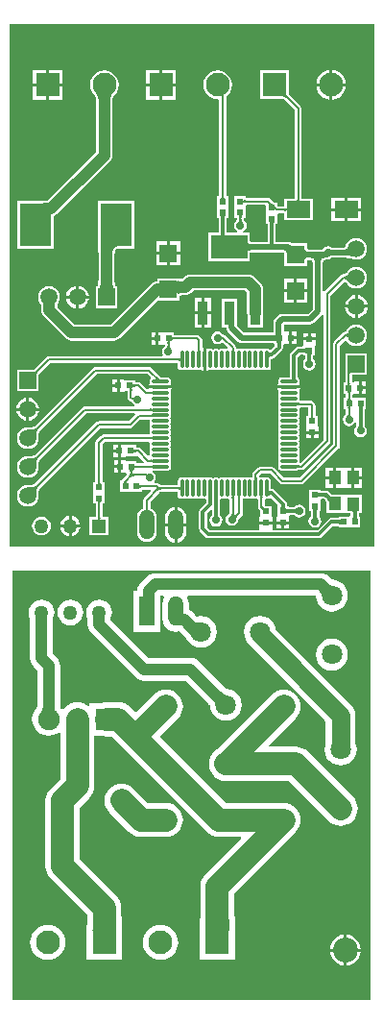
<source format=gtl>
G04*
G04 #@! TF.GenerationSoftware,Altium Limited,Altium Designer,20.0.13 (296)*
G04*
G04 Layer_Physical_Order=1*
G04 Layer_Color=255*
%FSLAX44Y44*%
%MOMM*%
G71*
G01*
G75*
%ADD10C,0.2000*%
%ADD16R,0.5000X0.6000*%
%ADD17R,0.6000X0.5000*%
%ADD18R,1.6000X1.6000*%
G04:AMPARAMS|DCode=19|XSize=1.47mm|YSize=0.28mm|CornerRadius=0.035mm|HoleSize=0mm|Usage=FLASHONLY|Rotation=0.000|XOffset=0mm|YOffset=0mm|HoleType=Round|Shape=RoundedRectangle|*
%AMROUNDEDRECTD19*
21,1,1.4700,0.2100,0,0,0.0*
21,1,1.4000,0.2800,0,0,0.0*
1,1,0.0700,0.7000,-0.1050*
1,1,0.0700,-0.7000,-0.1050*
1,1,0.0700,-0.7000,0.1050*
1,1,0.0700,0.7000,0.1050*
%
%ADD19ROUNDEDRECTD19*%
G04:AMPARAMS|DCode=20|XSize=1.47mm|YSize=0.28mm|CornerRadius=0.035mm|HoleSize=0mm|Usage=FLASHONLY|Rotation=270.000|XOffset=0mm|YOffset=0mm|HoleType=Round|Shape=RoundedRectangle|*
%AMROUNDEDRECTD20*
21,1,1.4700,0.2100,0,0,270.0*
21,1,1.4000,0.2800,0,0,270.0*
1,1,0.0700,-0.1050,-0.7000*
1,1,0.0700,-0.1050,0.7000*
1,1,0.0700,0.1050,0.7000*
1,1,0.0700,0.1050,-0.7000*
%
%ADD20ROUNDEDRECTD20*%
%ADD21R,2.1200X1.5000*%
%ADD22R,2.7940X3.8100*%
%ADD23R,0.9500X2.1500*%
%ADD24R,3.2500X2.1500*%
%ADD25R,1.1000X1.2500*%
%ADD51C,0.5000*%
%ADD52C,0.3000*%
%ADD53C,1.0000*%
%ADD54C,2.0000*%
%ADD55C,1.6000*%
%ADD56C,1.8000*%
%ADD57C,2.2000*%
%ADD58R,1.2600X1.2600*%
%ADD59C,1.2600*%
%ADD60O,1.3208X2.6416*%
%ADD61R,1.3208X2.6416*%
%ADD62R,1.5000X1.5000*%
%ADD63C,1.5000*%
%ADD64R,1.5080X1.5080*%
%ADD65C,1.5080*%
%ADD66C,1.9100*%
%ADD67R,1.9100X1.9100*%
%ADD68C,1.2000*%
%ADD69R,2.1000X2.1000*%
%ADD70C,2.1000*%
%ADD71C,0.7000*%
G36*
X324941Y405000D02*
X3059D01*
Y865941D01*
X324941D01*
Y405000D01*
D02*
G37*
G36*
X321883Y6118D02*
X6118D01*
Y384500D01*
X321883D01*
Y6118D01*
D02*
G37*
%LPC*%
G36*
X288270Y825485D02*
Y813770D01*
X299985D01*
X299704Y815904D01*
X298390Y819076D01*
X296300Y821800D01*
X293576Y823890D01*
X290404Y825204D01*
X288270Y825485D01*
D02*
G37*
G36*
X285730D02*
X283596Y825204D01*
X280424Y823890D01*
X277700Y821800D01*
X275610Y819076D01*
X274296Y815904D01*
X274015Y813770D01*
X285730D01*
Y825485D01*
D02*
G37*
G36*
X150040Y825540D02*
X138270D01*
Y813770D01*
X150040D01*
Y825540D01*
D02*
G37*
G36*
X135730D02*
X123960D01*
Y813770D01*
X135730D01*
Y825540D01*
D02*
G37*
G36*
X50040D02*
X38270D01*
Y813770D01*
X50040D01*
Y825540D01*
D02*
G37*
G36*
X35730D02*
X23960D01*
Y813770D01*
X35730D01*
Y825540D01*
D02*
G37*
G36*
X299985Y811230D02*
X288270D01*
Y799515D01*
X290404Y799796D01*
X293576Y801110D01*
X296300Y803200D01*
X298390Y805924D01*
X299704Y809096D01*
X299985Y811230D01*
D02*
G37*
G36*
X285730D02*
X274015D01*
X274296Y809096D01*
X275610Y805924D01*
X277700Y803200D01*
X280424Y801110D01*
X283596Y799796D01*
X285730Y799515D01*
Y811230D01*
D02*
G37*
G36*
X150040D02*
X138270D01*
Y799460D01*
X150040D01*
Y811230D01*
D02*
G37*
G36*
X135730D02*
X123960D01*
Y799460D01*
X135730D01*
Y811230D01*
D02*
G37*
G36*
X50040D02*
X38270D01*
Y799460D01*
X50040D01*
Y811230D01*
D02*
G37*
G36*
X35730D02*
X23960D01*
Y799460D01*
X35730D01*
Y811230D01*
D02*
G37*
G36*
X313540Y712540D02*
X301670D01*
Y703770D01*
X313540D01*
Y712540D01*
D02*
G37*
G36*
X299130D02*
X287260D01*
Y703770D01*
X299130D01*
Y712540D01*
D02*
G37*
G36*
X187000Y825108D02*
X183737Y824678D01*
X180696Y823419D01*
X178085Y821415D01*
X176081Y818804D01*
X174822Y815763D01*
X174392Y812500D01*
X174822Y809237D01*
X176081Y806196D01*
X178085Y803585D01*
X180696Y801581D01*
X183737Y800322D01*
X187000Y799892D01*
X187486Y799956D01*
X188441Y799119D01*
Y714250D01*
X186500D01*
Y705520D01*
X186500Y705250D01*
Y704250D01*
X186500Y703980D01*
Y697324D01*
X186491Y697281D01*
X186500Y697237D01*
Y695250D01*
X187893D01*
X187916Y695108D01*
X187931Y694932D01*
Y682568D01*
X187915Y682383D01*
X187893Y682250D01*
X178750D01*
Y656750D01*
X215250D01*
Y664477D01*
X215366Y664547D01*
X215650Y664663D01*
X216085Y664779D01*
X216665Y664875D01*
X217080Y664912D01*
X243913D01*
X244323Y664876D01*
X244897Y664780D01*
X245327Y664664D01*
X245607Y664550D01*
X245733Y664473D01*
X245750Y664310D01*
Y652750D01*
X265750D01*
Y657727D01*
X265866Y657797D01*
X266150Y657913D01*
X266585Y658029D01*
X267165Y658126D01*
X267580Y658162D01*
X268516D01*
X269048Y658068D01*
X269488Y657921D01*
X269811Y657748D01*
X270051Y657551D01*
X270247Y657310D01*
X270421Y656988D01*
X270568Y656548D01*
X270662Y656016D01*
Y614400D01*
X266849Y610588D01*
X243679D01*
X241923Y610239D01*
X240435Y609244D01*
X237506Y606315D01*
X236511Y604827D01*
X236162Y603071D01*
Y593903D01*
X235124Y593838D01*
X210401D01*
X203838Y600401D01*
Y609250D01*
X203750Y609693D01*
Y624250D01*
X190250D01*
Y598750D01*
X194662D01*
Y598500D01*
X195011Y596744D01*
X196006Y595256D01*
X205256Y586006D01*
X206744Y585011D01*
X208500Y584662D01*
X235876D01*
X236500Y584630D01*
Y584250D01*
X237355D01*
X237431Y582770D01*
Y582178D01*
X234067Y578813D01*
X233244Y578894D01*
X232467Y579414D01*
X231550Y579596D01*
X229450D01*
X228533Y579414D01*
X228000Y579058D01*
X227467Y579414D01*
X226550Y579596D01*
X224450D01*
X223533Y579414D01*
X223000Y579057D01*
X222467Y579414D01*
X221550Y579596D01*
X219450D01*
X218533Y579414D01*
X218000Y579058D01*
X217467Y579414D01*
X216550Y579596D01*
X214450D01*
X213533Y579414D01*
X213000Y579057D01*
X212467Y579414D01*
X211550Y579596D01*
X209450D01*
X208533Y579414D01*
X208000Y579058D01*
X207467Y579414D01*
X206550Y579596D01*
X204450D01*
X204064Y579913D01*
X203559Y580500D01*
X203326Y581671D01*
X202663Y582663D01*
X202663Y582663D01*
X194009Y591317D01*
X193017Y591980D01*
X191846Y592213D01*
X191846Y592213D01*
X191802D01*
X190965Y593465D01*
X189146Y594681D01*
X187000Y595108D01*
X184854Y594681D01*
X183035Y593465D01*
X181819Y591646D01*
X181392Y589500D01*
X181819Y587354D01*
X183035Y585535D01*
X184854Y584319D01*
X187000Y583892D01*
X189146Y584319D01*
X190965Y585535D01*
X191124Y585550D01*
X195808Y580866D01*
X195282Y579596D01*
X194450D01*
X193533Y579414D01*
X193000Y579058D01*
X192467Y579414D01*
X191550Y579596D01*
X189450D01*
X188533Y579414D01*
X188000Y579057D01*
X187467Y579414D01*
X186550Y579596D01*
X184450D01*
X183533Y579414D01*
X183000Y579058D01*
X182467Y579414D01*
X181550Y579596D01*
X179450D01*
X178533Y579414D01*
X178486Y579382D01*
X177678Y579922D01*
X176770Y580103D01*
Y570200D01*
Y560297D01*
X177678Y560478D01*
X178486Y561018D01*
X178533Y560986D01*
X179450Y560804D01*
X181550D01*
X182467Y560986D01*
X183000Y561343D01*
X183533Y560986D01*
X184450Y560804D01*
X186550D01*
X187467Y560986D01*
X188000Y561343D01*
X188533Y560986D01*
X189450Y560804D01*
X191550D01*
X192467Y560986D01*
X193000Y561343D01*
X193533Y560986D01*
X194450Y560804D01*
X196550D01*
X197467Y560986D01*
X198000Y561343D01*
X198533Y560986D01*
X199450Y560804D01*
X201550D01*
X202467Y560986D01*
X203000Y561343D01*
X203533Y560986D01*
X204450Y560804D01*
X206550D01*
X207467Y560986D01*
X208000Y561343D01*
X208533Y560986D01*
X209450Y560804D01*
X211550D01*
X212467Y560986D01*
X213000Y561343D01*
X213533Y560986D01*
X214450Y560804D01*
X216550D01*
X217467Y560986D01*
X218000Y561343D01*
X218533Y560986D01*
X219450Y560804D01*
X221550D01*
X222467Y560986D01*
X223000Y561343D01*
X223533Y560986D01*
X224450Y560804D01*
X226550D01*
X227467Y560986D01*
X228000Y561343D01*
X228533Y560986D01*
X229450Y560804D01*
X231550D01*
X232467Y560986D01*
X233244Y561506D01*
X233764Y562283D01*
X233946Y563200D01*
Y569584D01*
X234069Y570200D01*
Y570873D01*
X234085Y570874D01*
X234743D01*
X236108Y571146D01*
X237266Y571919D01*
X243523Y578177D01*
X244297Y579334D01*
X244569Y580700D01*
Y582984D01*
X244669Y583198D01*
X245827Y583901D01*
X245839Y583901D01*
X246210Y583710D01*
X246546Y583710D01*
X249980D01*
Y589250D01*
Y594790D01*
X246608D01*
X246210Y594790D01*
X245338Y595699D01*
Y601171D01*
X245579Y601412D01*
X268750D01*
X270506Y601761D01*
X271994Y602756D01*
X278494Y609256D01*
X279171Y610269D01*
X280441Y609883D01*
Y499517D01*
X260271Y479347D01*
X259135Y479930D01*
X259096Y479968D01*
Y482050D01*
X258914Y482967D01*
X258557Y483500D01*
X258914Y484033D01*
X259096Y484950D01*
Y487050D01*
X258914Y487967D01*
X258557Y488500D01*
X258914Y489033D01*
X259096Y489950D01*
Y492050D01*
X258914Y492967D01*
X258557Y493500D01*
X258914Y494033D01*
X259096Y494950D01*
Y497050D01*
X258914Y497967D01*
X258557Y498500D01*
X258914Y499033D01*
X259096Y499950D01*
Y502050D01*
X258914Y502967D01*
X258557Y503500D01*
X258914Y504033D01*
X259096Y504950D01*
Y507050D01*
X258914Y507967D01*
X258557Y508500D01*
X258914Y509033D01*
X259096Y509950D01*
Y512050D01*
X258914Y512967D01*
X258557Y513500D01*
X258914Y514033D01*
X259096Y514950D01*
Y517050D01*
X258914Y517967D01*
X258557Y518500D01*
X258914Y519033D01*
X259096Y519950D01*
Y522050D01*
X258914Y522967D01*
X258557Y523500D01*
X258914Y524033D01*
X259096Y524950D01*
Y527050D01*
X259827Y527941D01*
X267191D01*
Y520500D01*
X265250D01*
X265250Y512086D01*
X264710Y511040D01*
X264710Y510454D01*
Y507270D01*
X270250D01*
Y506000D01*
D01*
Y507270D01*
X275790D01*
Y511040D01*
X275250Y512086D01*
X275250Y520500D01*
X273309D01*
Y529750D01*
X273309Y529750D01*
X273076Y530920D01*
X272413Y531913D01*
X272413Y531913D01*
X271163Y533163D01*
X270170Y533826D01*
X269000Y534059D01*
X269000Y534059D01*
X259827D01*
X259096Y534950D01*
Y537050D01*
X258914Y537967D01*
X258557Y538500D01*
X258914Y539033D01*
X259096Y539950D01*
Y542050D01*
X258914Y542967D01*
X258882Y543014D01*
X259422Y543822D01*
X259603Y544730D01*
X239797D01*
X239978Y543822D01*
X240518Y543014D01*
X240486Y542967D01*
X240304Y542050D01*
Y539950D01*
X240486Y539033D01*
X240842Y538500D01*
X240486Y537967D01*
X240304Y537050D01*
Y534950D01*
X240486Y534033D01*
X240842Y533500D01*
X240486Y532967D01*
X240304Y532050D01*
Y529950D01*
X240486Y529033D01*
X240842Y528500D01*
X240486Y527967D01*
X240304Y527050D01*
Y524950D01*
X240486Y524033D01*
X240842Y523500D01*
X240486Y522967D01*
X240304Y522050D01*
Y519950D01*
X240486Y519033D01*
X240842Y518500D01*
X240486Y517967D01*
X240304Y517050D01*
Y514950D01*
X240486Y514033D01*
X240842Y513500D01*
X240486Y512967D01*
X240304Y512050D01*
Y509950D01*
X240486Y509033D01*
X240842Y508500D01*
X240486Y507967D01*
X240304Y507050D01*
Y504950D01*
X240486Y504033D01*
X240842Y503500D01*
X240486Y502967D01*
X240304Y502050D01*
Y499950D01*
X240486Y499033D01*
X240842Y498500D01*
X240486Y497967D01*
X240304Y497050D01*
Y494950D01*
X240486Y494033D01*
X240842Y493500D01*
X240486Y492967D01*
X240304Y492050D01*
Y489950D01*
X240486Y489033D01*
X240842Y488500D01*
X240486Y487967D01*
X240304Y487050D01*
Y484950D01*
X240486Y484033D01*
X240842Y483500D01*
X240486Y482967D01*
X240304Y482050D01*
Y479950D01*
X240486Y479033D01*
X240842Y478500D01*
X240486Y477967D01*
X240304Y477050D01*
Y474950D01*
X240486Y474033D01*
X241006Y473256D01*
X241783Y472736D01*
X242700Y472554D01*
X256700D01*
X257617Y472736D01*
X257868Y472904D01*
X258464Y472941D01*
X261250D01*
X261250Y472941D01*
X262421Y473174D01*
X263413Y473837D01*
X285663Y496087D01*
X286326Y497080D01*
X286559Y498250D01*
X286559Y498250D01*
Y626733D01*
X299042Y639217D01*
X299202Y639145D01*
X299541Y638946D01*
X299901Y638685D01*
X300281Y638357D01*
X300677Y637956D01*
X301085Y637482D01*
X301535Y636890D01*
X301639Y636798D01*
X301716Y636683D01*
X301763Y636652D01*
X302475Y635725D01*
X304459Y634202D01*
X306770Y633245D01*
X309250Y632918D01*
X311730Y633245D01*
X314041Y634202D01*
X316026Y635725D01*
X317548Y637709D01*
X318505Y640020D01*
X318832Y642500D01*
X318505Y644980D01*
X317548Y647291D01*
X316026Y649276D01*
X314041Y650798D01*
X311730Y651756D01*
X309250Y652082D01*
X306770Y651756D01*
X304459Y650798D01*
X302475Y649276D01*
X301763Y648348D01*
X301716Y648317D01*
X301639Y648202D01*
X301535Y648110D01*
X301085Y647518D01*
X300677Y647044D01*
X300281Y646643D01*
X299902Y646314D01*
X299541Y646054D01*
X299202Y645855D01*
X298883Y645712D01*
X298582Y645616D01*
X298291Y645561D01*
X298252Y645559D01*
X298000D01*
X298000Y645559D01*
X297885Y645536D01*
X297874Y645535D01*
X297849Y645529D01*
X296829Y645326D01*
X295837Y644663D01*
X281337Y630163D01*
X281108Y629820D01*
X279838Y630205D01*
Y656016D01*
X279932Y656548D01*
X280079Y656988D01*
X280252Y657310D01*
X280449Y657551D01*
X280690Y657748D01*
X281012Y657921D01*
X281452Y658068D01*
X281984Y658162D01*
X283500D01*
X285256Y658511D01*
X286388Y659268D01*
X286646Y659319D01*
X287533Y659912D01*
X300133D01*
X301864Y659787D01*
X303471Y659574D01*
X304145Y659447D01*
X305452Y659115D01*
X306031Y658921D01*
X306134Y658908D01*
X306770Y658645D01*
X309250Y658318D01*
X311730Y658645D01*
X314041Y659602D01*
X316026Y661125D01*
X317548Y663109D01*
X318505Y665420D01*
X318832Y667900D01*
X318505Y670380D01*
X317548Y672691D01*
X316026Y674676D01*
X314041Y676198D01*
X311730Y677156D01*
X309250Y677482D01*
X306770Y677156D01*
X304459Y676198D01*
X302475Y674676D01*
X300952Y672691D01*
X300219Y670921D01*
X300189Y670873D01*
X300083Y670592D01*
X299995Y670380D01*
X299993Y670365D01*
X299848Y670091D01*
X299677Y669853D01*
X299490Y669659D01*
X299277Y669495D01*
X299021Y669352D01*
X298706Y669229D01*
X298318Y669130D01*
X298019Y669088D01*
X287533D01*
X286646Y669681D01*
X284500Y670108D01*
X282354Y669681D01*
X280535Y668465D01*
X279782Y667338D01*
X267580D01*
X267165Y667375D01*
X266585Y667471D01*
X266150Y667587D01*
X265866Y667702D01*
X265750Y667773D01*
Y672750D01*
X252236D01*
X250756Y673739D01*
X249000Y674088D01*
X238319D01*
Y689182D01*
X238334Y689358D01*
X238357Y689500D01*
X239750D01*
Y691487D01*
X239759Y691531D01*
X239750Y691574D01*
Y697921D01*
X239750Y698500D01*
X240734Y699191D01*
X245500D01*
Y693000D01*
X270700D01*
Y712000D01*
X261159D01*
Y791400D01*
X261159Y791400D01*
X260926Y792571D01*
X260263Y793563D01*
X260263Y793563D01*
X249992Y803833D01*
X249694Y804155D01*
X249501Y804397D01*
X249500Y804397D01*
Y804815D01*
X249509Y804859D01*
X249500Y804903D01*
Y825000D01*
X224500D01*
Y800000D01*
X244597D01*
X244641Y799991D01*
X244685Y800000D01*
X245099D01*
X245589Y799585D01*
X255041Y790133D01*
Y712000D01*
X245500D01*
Y705309D01*
X240034D01*
X239837Y705545D01*
X239757Y705654D01*
X239750Y705665D01*
Y708500D01*
X237209D01*
X237124Y708522D01*
X237013Y708562D01*
X236883Y708622D01*
X236734Y708706D01*
X236567Y708816D01*
X236383Y708955D01*
X236299Y709027D01*
X233413Y711913D01*
X232421Y712576D01*
X231250Y712809D01*
X231250Y712809D01*
X212000D01*
Y714250D01*
X202000D01*
Y705520D01*
X202000Y705250D01*
Y704250D01*
X202000Y703980D01*
Y695250D01*
X203941D01*
Y693758D01*
X203937Y693730D01*
X203909Y693612D01*
X203866Y693485D01*
X203805Y693347D01*
X203722Y693195D01*
X203615Y693029D01*
X203480Y692849D01*
X203317Y692658D01*
X203305Y692646D01*
X203035Y692465D01*
X201819Y690646D01*
X201392Y688500D01*
X201819Y686354D01*
X203035Y684535D01*
X204553Y683520D01*
X204215Y682250D01*
X195107D01*
X195085Y682383D01*
X195069Y682568D01*
Y694932D01*
X195084Y695108D01*
X195107Y695250D01*
X196500D01*
Y697237D01*
X196509Y697281D01*
X196500Y697324D01*
Y703980D01*
X196500Y704250D01*
Y705250D01*
X196500Y705520D01*
Y714250D01*
X194559D01*
Y802544D01*
X195915Y803585D01*
X197919Y806196D01*
X199178Y809237D01*
X199608Y812500D01*
X199178Y815763D01*
X197919Y818804D01*
X195915Y821415D01*
X193304Y823419D01*
X190263Y824678D01*
X187000Y825108D01*
D02*
G37*
G36*
X313540Y701230D02*
X301670D01*
Y692460D01*
X313540D01*
Y701230D01*
D02*
G37*
G36*
X299130D02*
X287260D01*
Y692460D01*
X299130D01*
Y701230D01*
D02*
G37*
G36*
X87000Y825108D02*
X83737Y824678D01*
X80696Y823419D01*
X78085Y821415D01*
X76081Y818804D01*
X74822Y815763D01*
X74392Y812500D01*
X74822Y809237D01*
X76081Y806196D01*
X78085Y803585D01*
X78399Y803344D01*
X78502Y803230D01*
X78769Y802854D01*
X79019Y802405D01*
X79249Y801877D01*
X79455Y801266D01*
X79630Y800571D01*
X79766Y799820D01*
X79939Y797962D01*
X79940Y797948D01*
Y753110D01*
X37190Y710360D01*
X35035D01*
X34576Y710300D01*
X10095D01*
Y668200D01*
X42035D01*
Y696519D01*
X43645Y697186D01*
X45107Y698307D01*
X91992Y745193D01*
X93115Y746655D01*
X93820Y748358D01*
X94060Y750185D01*
Y797948D01*
X94061Y797989D01*
X94125Y798931D01*
X94229Y799793D01*
X94370Y800571D01*
X94545Y801266D01*
X94751Y801877D01*
X94981Y802405D01*
X95231Y802854D01*
X95498Y803230D01*
X95601Y803344D01*
X95915Y803585D01*
X97919Y806196D01*
X99178Y809237D01*
X99608Y812500D01*
X99178Y815763D01*
X97919Y818804D01*
X95915Y821415D01*
X93304Y823419D01*
X90263Y824678D01*
X87000Y825108D01*
D02*
G37*
G36*
X154040Y674540D02*
X144770D01*
Y665270D01*
X154040D01*
Y674540D01*
D02*
G37*
G36*
X142230D02*
X132960D01*
Y665270D01*
X142230D01*
Y674540D01*
D02*
G37*
G36*
X154040Y662730D02*
X144770D01*
Y653460D01*
X154040D01*
Y662730D01*
D02*
G37*
G36*
X142230D02*
X132960D01*
Y653460D01*
X142230D01*
Y662730D01*
D02*
G37*
G36*
X214142Y645310D02*
X162750D01*
X160923Y645070D01*
X159220Y644364D01*
X157758Y643242D01*
X155723Y641208D01*
X155070Y641222D01*
X153500Y641348D01*
Y642000D01*
X151513D01*
X151469Y642009D01*
X151451Y642005D01*
X151433Y642008D01*
X151395Y642000D01*
X133500D01*
Y638995D01*
X132173Y638820D01*
X130470Y638115D01*
X129008Y636992D01*
X93076Y601060D01*
X60925D01*
X45424Y616561D01*
Y619123D01*
X46433Y620439D01*
X47394Y622760D01*
X47722Y625250D01*
X47394Y627741D01*
X46433Y630061D01*
X44904Y632054D01*
X42911Y633583D01*
X40590Y634544D01*
X38100Y634872D01*
X35610Y634544D01*
X33289Y633583D01*
X31296Y632054D01*
X29767Y630061D01*
X28806Y627741D01*
X28478Y625250D01*
X28806Y622760D01*
X29767Y620439D01*
X31296Y618446D01*
X31303Y618441D01*
Y613637D01*
X31543Y611810D01*
X32249Y610107D01*
X33371Y608644D01*
X53007Y589008D01*
X54470Y587886D01*
X56173Y587180D01*
X58000Y586940D01*
X96000D01*
X97827Y587180D01*
X99530Y587886D01*
X100992Y589008D01*
X133985Y622000D01*
X153500D01*
Y626491D01*
X153849Y626619D01*
X154445Y626765D01*
X155206Y626887D01*
X157329Y627046D01*
X158607D01*
X160434Y627287D01*
X162137Y627992D01*
X163599Y629114D01*
X165674Y631190D01*
X211218D01*
X212940Y629468D01*
Y611500D01*
X213180Y609673D01*
X213250Y609504D01*
Y598750D01*
X226750D01*
Y609504D01*
X226820Y609673D01*
X227060Y611500D01*
Y632392D01*
X226820Y634220D01*
X226115Y635922D01*
X224993Y637385D01*
X219135Y643242D01*
X217672Y644364D01*
X215970Y645070D01*
X214142Y645310D01*
D02*
G37*
G36*
X266290Y641290D02*
X257020D01*
Y632020D01*
X266290D01*
Y641290D01*
D02*
G37*
G36*
X254480D02*
X245210D01*
Y632020D01*
X254480D01*
Y641290D01*
D02*
G37*
G36*
X64770Y635250D02*
Y626520D01*
X73500D01*
X73320Y627881D01*
X72305Y630334D01*
X70689Y632439D01*
X68583Y634055D01*
X66131Y635070D01*
X64770Y635250D01*
D02*
G37*
G36*
X62230Y635250D02*
X60869Y635070D01*
X58417Y634055D01*
X56311Y632439D01*
X54695Y630334D01*
X53679Y627881D01*
X53500Y626520D01*
X62230D01*
Y635250D01*
D02*
G37*
G36*
X266290Y629480D02*
X257020D01*
Y620210D01*
X266290D01*
Y629480D01*
D02*
G37*
G36*
X254480D02*
X245210D01*
Y620210D01*
X254480D01*
Y629480D01*
D02*
G37*
G36*
X310520Y627059D02*
Y618370D01*
X319209D01*
X319032Y619721D01*
X318020Y622163D01*
X316411Y624261D01*
X314313Y625870D01*
X311871Y626882D01*
X310520Y627059D01*
D02*
G37*
G36*
X307980D02*
X306629Y626882D01*
X304187Y625870D01*
X302089Y624261D01*
X300480Y622163D01*
X299468Y619721D01*
X299291Y618370D01*
X307980D01*
Y627059D01*
D02*
G37*
G36*
X113405Y710300D02*
X81465D01*
Y670271D01*
X81456Y670226D01*
X81464Y670187D01*
X81458Y670148D01*
X81465Y669974D01*
Y668200D01*
X81537D01*
X81840Y660713D01*
Y641168D01*
X81837Y640937D01*
X81644Y637860D01*
X81487Y636701D01*
X81295Y635765D01*
X81088Y635093D01*
X80947Y634790D01*
X79360D01*
Y632803D01*
X79351Y632760D01*
X79360Y632716D01*
Y615710D01*
X98440D01*
Y632716D01*
X98449Y632760D01*
X98440Y632803D01*
Y634790D01*
X96853D01*
X96712Y635093D01*
X96505Y635765D01*
X96323Y636650D01*
X95963Y640958D01*
X95960Y641168D01*
Y661011D01*
X95987Y662018D01*
X96124Y663581D01*
X96345Y664909D01*
X96636Y665993D01*
X96976Y666827D01*
X97336Y667416D01*
X97684Y667793D01*
X98023Y668021D01*
X98407Y668157D01*
X98807Y668200D01*
X113405D01*
Y710300D01*
D02*
G37*
G36*
X73500Y623980D02*
X64770D01*
Y615250D01*
X66131Y615429D01*
X68583Y616445D01*
X70689Y618061D01*
X72305Y620167D01*
X73320Y622619D01*
X73500Y623980D01*
D02*
G37*
G36*
X62230D02*
X53500D01*
X53679Y622619D01*
X54695Y620167D01*
X56311Y618061D01*
X58417Y616445D01*
X60869Y615429D01*
X62230Y615250D01*
Y623980D01*
D02*
G37*
G36*
X181290Y624790D02*
X175270D01*
Y612770D01*
X181290D01*
Y624790D01*
D02*
G37*
G36*
X172730D02*
X166710D01*
Y612770D01*
X172730D01*
Y624790D01*
D02*
G37*
G36*
X319209Y615830D02*
X310520D01*
Y607141D01*
X311871Y607318D01*
X314313Y608330D01*
X316411Y609939D01*
X318020Y612037D01*
X319032Y614479D01*
X319209Y615830D01*
D02*
G37*
G36*
X307980D02*
X299291D01*
X299468Y614479D01*
X300480Y612037D01*
X302089Y609939D01*
X304187Y608330D01*
X306629Y607318D01*
X307980Y607141D01*
Y615830D01*
D02*
G37*
G36*
X181290Y610230D02*
X175270D01*
Y598210D01*
X181290D01*
Y610230D01*
D02*
G37*
G36*
X172730D02*
X166710D01*
Y598210D01*
X172730D01*
Y610230D01*
D02*
G37*
G36*
X309250Y601282D02*
X306770Y600956D01*
X304459Y599998D01*
X302475Y598475D01*
X300952Y596491D01*
X300479Y595350D01*
X300387Y595221D01*
X300295Y595016D01*
X300257Y594954D01*
X300228Y594918D01*
X300203Y594894D01*
X300169Y594871D01*
X300113Y594842D01*
X300021Y594809D01*
X299882Y594776D01*
X299753Y594759D01*
X299450D01*
X299450Y594759D01*
X298279Y594526D01*
X297287Y593863D01*
X289337Y585913D01*
X288674Y584921D01*
X288441Y583750D01*
X288441Y583750D01*
Y495267D01*
X259483Y466309D01*
X245267D01*
X236413Y475163D01*
X235420Y475826D01*
X234250Y476059D01*
X234250Y476059D01*
X224500D01*
X223329Y475826D01*
X222337Y475163D01*
X222337Y475163D01*
X218337Y471163D01*
X217674Y470171D01*
X217441Y469000D01*
X217441Y469000D01*
Y466927D01*
X216550Y466196D01*
X214450D01*
X213533Y466014D01*
X213000Y465658D01*
X212467Y466014D01*
X211550Y466196D01*
X209450D01*
X208533Y466014D01*
X208000Y465658D01*
X207467Y466014D01*
X206550Y466196D01*
X204450D01*
X203533Y466014D01*
X203000Y465658D01*
X202467Y466014D01*
X201550Y466196D01*
X199450D01*
X198533Y466014D01*
X198000Y465658D01*
X197467Y466014D01*
X196550Y466196D01*
X194450D01*
X193533Y466014D01*
X193000Y465658D01*
X192467Y466014D01*
X191550Y466196D01*
X189450D01*
X188533Y466014D01*
X188000Y465658D01*
X187467Y466014D01*
X186550Y466196D01*
X184450D01*
X183533Y466014D01*
X183000Y465658D01*
X182467Y466014D01*
X181550Y466196D01*
X179450D01*
X178533Y466014D01*
X178000Y465658D01*
X177467Y466014D01*
X176550Y466196D01*
X174450D01*
X173533Y466014D01*
X173000Y465658D01*
X172467Y466014D01*
X171550Y466196D01*
X169450D01*
X168533Y466014D01*
X168000Y465658D01*
X167467Y466014D01*
X166550Y466196D01*
X164450D01*
X163533Y466014D01*
X163000Y465658D01*
X162467Y466014D01*
X161550Y466196D01*
X159450D01*
X158533Y466014D01*
X158000Y465658D01*
X157467Y466014D01*
X156550Y466196D01*
X154450D01*
X153533Y466014D01*
X152756Y465494D01*
X152236Y464717D01*
X152054Y463800D01*
Y459859D01*
X139200D01*
X139200Y459859D01*
X139200Y459859D01*
X137058D01*
X136916Y459874D01*
X136704Y459915D01*
X136506Y459969D01*
X136317Y460038D01*
X136135Y460122D01*
X135957Y460223D01*
X135780Y460343D01*
X135670Y460431D01*
X135438Y460663D01*
X134446Y461326D01*
X133276Y461559D01*
X133275Y461559D01*
X131367D01*
X130912Y462829D01*
X131931Y464354D01*
X132358Y466500D01*
X131931Y468646D01*
X130715Y470465D01*
X129490Y471284D01*
X129875Y472554D01*
X143300D01*
X144217Y472736D01*
X144994Y473256D01*
X145514Y474033D01*
X145696Y474950D01*
Y477050D01*
X145514Y477967D01*
X145157Y478500D01*
X145514Y479033D01*
X145696Y479950D01*
Y482050D01*
X145514Y482967D01*
X145157Y483500D01*
X145514Y484033D01*
X145696Y484950D01*
Y487050D01*
X145514Y487967D01*
X145157Y488500D01*
X145514Y489033D01*
X145696Y489950D01*
Y492050D01*
X145514Y492967D01*
X145157Y493500D01*
X145514Y494033D01*
X145696Y494950D01*
Y497050D01*
X145514Y497967D01*
X145157Y498500D01*
X145514Y499033D01*
X145696Y499950D01*
Y502050D01*
X145514Y502967D01*
X145157Y503500D01*
X145514Y504033D01*
X145696Y504950D01*
Y507050D01*
X145514Y507967D01*
X145157Y508500D01*
X145514Y509033D01*
X145696Y509950D01*
Y512050D01*
X145514Y512967D01*
X145157Y513500D01*
X145514Y514033D01*
X145696Y514950D01*
Y517050D01*
X145514Y517967D01*
X145157Y518500D01*
X145514Y519033D01*
X145696Y519950D01*
Y522050D01*
X145514Y522967D01*
X145157Y523500D01*
X145514Y524033D01*
X145696Y524950D01*
Y527050D01*
X145514Y527967D01*
X145157Y528500D01*
X145514Y529033D01*
X145696Y529950D01*
Y532050D01*
X145514Y532967D01*
X145157Y533500D01*
X145514Y534033D01*
X145696Y534950D01*
Y537050D01*
X145514Y537967D01*
X145157Y538500D01*
X145514Y539033D01*
X145696Y539950D01*
Y542050D01*
X145514Y542967D01*
X145482Y543014D01*
X146022Y543822D01*
X146203Y544730D01*
X126173D01*
X125898Y544395D01*
X124482Y544344D01*
X119413Y549413D01*
X118420Y550076D01*
X117250Y550309D01*
X117250Y550309D01*
X114000D01*
Y552250D01*
X105336Y552250D01*
X104290Y552790D01*
X103954Y552790D01*
X100520D01*
Y547250D01*
Y541710D01*
X103954D01*
X104290Y541710D01*
X105336Y542250D01*
X105560Y542250D01*
X107441D01*
Y537036D01*
X107441Y537035D01*
X107674Y535865D01*
X108337Y534873D01*
X109509Y533701D01*
X109509Y533701D01*
X110501Y533038D01*
X111207Y532898D01*
X112285Y531285D01*
X113715Y530329D01*
X113330Y529059D01*
X69850D01*
X69850Y529059D01*
X68679Y528826D01*
X67687Y528163D01*
X67687Y528163D01*
X25673Y486149D01*
X25649Y486129D01*
X25417Y485986D01*
X25071Y485828D01*
X24609Y485671D01*
X24032Y485525D01*
X23347Y485401D01*
X22578Y485305D01*
X20659Y485194D01*
X19818Y485190D01*
X19500Y485232D01*
X17020Y484906D01*
X14709Y483948D01*
X12725Y482425D01*
X11202Y480441D01*
X10245Y478130D01*
X9918Y475650D01*
X10245Y473170D01*
X11202Y470859D01*
X12725Y468875D01*
X14709Y467352D01*
X17020Y466395D01*
X19500Y466068D01*
X21980Y466395D01*
X24291Y467352D01*
X26275Y468875D01*
X27798Y470859D01*
X28756Y473170D01*
X29082Y475650D01*
X29040Y475968D01*
X29044Y476809D01*
X29155Y478728D01*
X29251Y479497D01*
X29375Y480183D01*
X29520Y480759D01*
X29678Y481221D01*
X29836Y481567D01*
X29979Y481799D01*
X29999Y481823D01*
X71117Y522941D01*
X113819D01*
X114345Y521671D01*
X108733Y516059D01*
X82250D01*
X82250Y516059D01*
X81080Y515826D01*
X80087Y515163D01*
X25673Y460749D01*
X25649Y460729D01*
X25417Y460586D01*
X25071Y460428D01*
X24609Y460271D01*
X24032Y460125D01*
X23347Y460001D01*
X22578Y459905D01*
X20659Y459794D01*
X19818Y459790D01*
X19500Y459832D01*
X17020Y459506D01*
X14709Y458548D01*
X12725Y457025D01*
X11202Y455041D01*
X10245Y452730D01*
X9918Y450250D01*
X10245Y447770D01*
X11202Y445459D01*
X12725Y443475D01*
X14709Y441952D01*
X17020Y440994D01*
X19500Y440668D01*
X21980Y440994D01*
X24291Y441952D01*
X26275Y443475D01*
X27798Y445459D01*
X28756Y447770D01*
X29082Y450250D01*
X29040Y450568D01*
X29044Y451409D01*
X29155Y453328D01*
X29251Y454097D01*
X29375Y454783D01*
X29520Y455359D01*
X29678Y455821D01*
X29836Y456167D01*
X29979Y456399D01*
X29999Y456423D01*
X83517Y509941D01*
X110000D01*
X110000Y509941D01*
X111171Y510174D01*
X112163Y510837D01*
X118867Y517541D01*
X126501D01*
X126904Y517050D01*
Y514950D01*
X127086Y514033D01*
X127443Y513500D01*
X127086Y512967D01*
X126904Y512050D01*
Y509950D01*
X127086Y509033D01*
X127443Y508500D01*
X127086Y507967D01*
X126904Y507050D01*
Y504950D01*
X126173Y504059D01*
X86250D01*
X85079Y503826D01*
X84087Y503163D01*
X84087Y503163D01*
X80087Y499163D01*
X79424Y498171D01*
X79191Y497000D01*
X79191Y497000D01*
Y462500D01*
X77250D01*
Y453770D01*
X77250Y453500D01*
Y452500D01*
X77250Y452230D01*
Y443500D01*
X79341D01*
Y431900D01*
X74100D01*
Y415300D01*
X90700D01*
Y431900D01*
X85459D01*
Y443500D01*
X87250D01*
Y452230D01*
X87250Y452500D01*
Y453500D01*
X87250Y453770D01*
Y462500D01*
X85309D01*
Y495733D01*
X87517Y497941D01*
X126173D01*
X126904Y497050D01*
Y494950D01*
X127086Y494033D01*
X127443Y493500D01*
X127086Y492967D01*
X126904Y492050D01*
Y489950D01*
X127086Y489033D01*
X127443Y488500D01*
X127086Y487967D01*
X126904Y487050D01*
Y485968D01*
X125634Y485442D01*
X119163Y491913D01*
X118171Y492576D01*
X117000Y492809D01*
X117000Y492809D01*
X115000D01*
Y494750D01*
X106336Y494750D01*
X105290Y495290D01*
X104954Y495290D01*
X101520D01*
Y489750D01*
Y484210D01*
X104954D01*
X105290Y484210D01*
X106336Y484750D01*
X106560Y484750D01*
X115000D01*
Y485628D01*
X116270Y486154D01*
X122346Y480079D01*
X121819Y478809D01*
X115250D01*
Y480750D01*
X106586Y480750D01*
X105540Y481290D01*
X105204Y481290D01*
X101770D01*
Y475750D01*
Y470210D01*
X105204D01*
X105540Y470210D01*
X105928Y470410D01*
X106308Y470216D01*
X106413Y470109D01*
X106578Y468654D01*
X103415Y465491D01*
X102753Y464499D01*
X102554Y463500D01*
X101000D01*
Y453500D01*
X109730D01*
X110000Y453500D01*
Y453500D01*
X111000D01*
Y453500D01*
X120000D01*
Y455441D01*
X127632D01*
X128118Y454268D01*
X122387Y448537D01*
X121724Y447545D01*
X121491Y446374D01*
X121491Y446374D01*
Y439250D01*
X120211Y438720D01*
X118414Y437341D01*
X117034Y435543D01*
X116167Y433450D01*
X115872Y431204D01*
Y417996D01*
X116167Y415750D01*
X117034Y413657D01*
X118414Y411860D01*
X120211Y410480D01*
X122304Y409613D01*
X124550Y409318D01*
X126796Y409613D01*
X128889Y410480D01*
X130686Y411860D01*
X132066Y413657D01*
X132933Y415750D01*
X133228Y417996D01*
Y431204D01*
X132933Y433450D01*
X132066Y435543D01*
X130686Y437341D01*
X128889Y438720D01*
X127609Y439250D01*
Y445107D01*
X135665Y453164D01*
X135777Y453253D01*
X135955Y453374D01*
X136134Y453476D01*
X136317Y453561D01*
X136506Y453630D01*
X136706Y453685D01*
X136917Y453726D01*
X137059Y453741D01*
X139200D01*
X139200Y453741D01*
X152054D01*
Y449800D01*
X152236Y448883D01*
X152756Y448106D01*
X153533Y447586D01*
X154450Y447404D01*
X156550D01*
X157467Y447586D01*
X158000Y447943D01*
X158533Y447586D01*
X159450Y447404D01*
X161550D01*
X162467Y447586D01*
X163000Y447943D01*
X163533Y447586D01*
X164450Y447404D01*
X166550D01*
X167467Y447586D01*
X168000Y447943D01*
X168533Y447586D01*
X169450Y447404D01*
X171550D01*
X172467Y447586D01*
X173000Y447943D01*
X173533Y447586D01*
X174450Y447404D01*
X176550D01*
X176831Y447173D01*
Y444128D01*
X171477Y438773D01*
X170703Y437616D01*
X170431Y436250D01*
Y421250D01*
X170703Y419884D01*
X171477Y418727D01*
X176227Y413977D01*
X177384Y413203D01*
X178750Y412931D01*
X276500D01*
X277866Y413203D01*
X279023Y413977D01*
X288478Y423431D01*
X293182D01*
X293358Y423416D01*
X293500Y423393D01*
Y422000D01*
X295487D01*
X295530Y421991D01*
X295574Y422000D01*
X302230D01*
X302500Y422000D01*
X303500D01*
X303770Y422000D01*
X312500D01*
Y429926D01*
X312509Y429969D01*
X312500Y430013D01*
Y432000D01*
X311588D01*
X311569Y432238D01*
Y434432D01*
X311585Y434616D01*
X311607Y434750D01*
X314000D01*
Y451250D01*
X299020D01*
X299000Y451250D01*
X297750Y451298D01*
Y451500D01*
X287210D01*
X287087Y451587D01*
X286210Y452337D01*
X285023Y453523D01*
X283866Y454297D01*
X282500Y454569D01*
X278188D01*
X278035Y454574D01*
X278000Y454578D01*
Y455500D01*
X276013D01*
X275970Y455509D01*
X275926Y455500D01*
X268000D01*
Y446770D01*
X268000Y446500D01*
Y445500D01*
X268000Y445230D01*
Y438574D01*
X267991Y438531D01*
X268000Y438487D01*
Y436500D01*
X269393D01*
X269416Y436358D01*
X269431Y436183D01*
Y432654D01*
X269407Y432500D01*
X269373Y432357D01*
X269336Y432244D01*
X269299Y432158D01*
X269264Y432094D01*
X269231Y432046D01*
X269199Y432008D01*
X269139Y431952D01*
X268785Y431715D01*
X267569Y429896D01*
X267142Y427750D01*
X267569Y425604D01*
X268785Y423785D01*
X270604Y422569D01*
X272750Y422142D01*
X274896Y422569D01*
X276715Y423785D01*
X277931Y425604D01*
X278358Y427750D01*
X277931Y429896D01*
X276741Y431677D01*
X276711Y431744D01*
X276667Y431870D01*
X276626Y432021D01*
X276591Y432197D01*
X276569Y432362D01*
Y436183D01*
X276584Y436358D01*
X276607Y436500D01*
X278000D01*
Y438487D01*
X278009Y438531D01*
X278000Y438574D01*
Y445230D01*
X278000Y445500D01*
Y446500D01*
X278996Y447431D01*
X281022D01*
X281028Y447425D01*
X282020Y446299D01*
X282405Y445794D01*
X282688Y445367D01*
X282750Y445252D01*
Y435000D01*
X297730D01*
X297750Y435000D01*
X299000Y434952D01*
Y434750D01*
X304393D01*
X304415Y434616D01*
X304431Y434432D01*
Y433266D01*
X303500Y432000D01*
X302500D01*
X302230Y432000D01*
X295574D01*
X295530Y432009D01*
X295487Y432000D01*
X293500D01*
Y430607D01*
X293358Y430584D01*
X293183Y430569D01*
X287000D01*
X285634Y430297D01*
X284477Y429523D01*
X275022Y420069D01*
X235350D01*
X235040Y421210D01*
X235040Y421339D01*
Y424980D01*
X229500D01*
X223960D01*
Y421339D01*
X223960Y421210D01*
X223650Y420069D01*
X180228D01*
X177569Y422728D01*
Y434772D01*
X180758Y437961D01*
X181931Y437475D01*
Y433524D01*
X181908Y433362D01*
X181873Y433203D01*
X181833Y433071D01*
X181791Y432964D01*
X181749Y432879D01*
X181728Y432844D01*
X181535Y432715D01*
X180319Y430896D01*
X179892Y428750D01*
X180319Y426604D01*
X181535Y424785D01*
X183354Y423569D01*
X185500Y423142D01*
X187646Y423569D01*
X189465Y424785D01*
X190681Y426604D01*
X191108Y428750D01*
X190681Y430896D01*
X189465Y432715D01*
X189272Y432844D01*
X189251Y432879D01*
X189209Y432964D01*
X189167Y433071D01*
X189127Y433203D01*
X189093Y433362D01*
X189069Y433524D01*
Y447091D01*
X189450Y447404D01*
X191550D01*
X192467Y447586D01*
X193000Y447943D01*
X193533Y447586D01*
X194450Y447404D01*
X196550D01*
X197441Y446673D01*
Y434672D01*
X197440Y434664D01*
X197424Y434607D01*
X197405Y434562D01*
X197380Y434518D01*
X197343Y434468D01*
X197285Y434406D01*
X197198Y434330D01*
X197089Y434254D01*
X197069Y434240D01*
X196842Y434109D01*
X196749Y434027D01*
X195535Y433215D01*
X194319Y431396D01*
X193892Y429250D01*
X194319Y427104D01*
X195535Y425285D01*
X197354Y424069D01*
X199500Y423642D01*
X201646Y424069D01*
X203465Y425285D01*
X204681Y427104D01*
X204842Y427917D01*
X204912Y428072D01*
X204998Y428444D01*
X205075Y428728D01*
X205272Y429301D01*
X205357Y429498D01*
X205453Y429689D01*
X205548Y429853D01*
X205639Y429989D01*
X205661Y430016D01*
X208263Y432618D01*
X208263Y432618D01*
X208926Y433611D01*
X209159Y434781D01*
X209159Y434781D01*
Y447165D01*
X209450Y447404D01*
X211550D01*
X212467Y447586D01*
X213000Y447943D01*
X213533Y447586D01*
X214450Y447404D01*
X216550D01*
X217467Y447586D01*
X218000Y447943D01*
X218533Y447586D01*
X219450Y447404D01*
X221550D01*
X222441Y446673D01*
Y440500D01*
X222441Y440500D01*
X222674Y439329D01*
X223337Y438337D01*
X224040Y437634D01*
X224359Y437293D01*
X224500Y437119D01*
X224500Y432336D01*
X223960Y431290D01*
X223960Y430954D01*
Y427520D01*
X229500D01*
X235040D01*
Y430954D01*
X235040Y431290D01*
X234500Y432336D01*
X234500Y432560D01*
Y441000D01*
X229533D01*
X229422Y441073D01*
X228559Y441804D01*
Y446673D01*
X229450Y447404D01*
X231550D01*
X232467Y447586D01*
X233244Y448106D01*
X234067Y448187D01*
X239733Y442520D01*
X239500Y441250D01*
X239500D01*
Y439263D01*
X239491Y439220D01*
X239500Y439176D01*
X239500Y432586D01*
X238960Y431540D01*
X238960Y431204D01*
Y427770D01*
X244500D01*
X250040D01*
Y431204D01*
X250040Y431540D01*
X249848Y431911D01*
X250555Y433084D01*
X250762Y433181D01*
X253976D01*
X254138Y433158D01*
X254297Y433123D01*
X254429Y433083D01*
X254536Y433041D01*
X254621Y432999D01*
X254656Y432978D01*
X254785Y432785D01*
X256604Y431569D01*
X258750Y431142D01*
X260896Y431569D01*
X262715Y432785D01*
X263931Y434604D01*
X264358Y436750D01*
X263931Y438896D01*
X262715Y440715D01*
X260896Y441931D01*
X258750Y442358D01*
X256604Y441931D01*
X254785Y440715D01*
X254656Y440522D01*
X254621Y440501D01*
X254536Y440459D01*
X254429Y440417D01*
X254297Y440377D01*
X254138Y440342D01*
X253976Y440319D01*
X249688D01*
X249535Y440324D01*
X249500Y440328D01*
Y441250D01*
X248107D01*
X248084Y441392D01*
X248069Y441567D01*
Y442800D01*
X247797Y444166D01*
X247023Y445323D01*
X237266Y455081D01*
X236108Y455854D01*
X234743Y456126D01*
X234085D01*
X234069Y456127D01*
Y456800D01*
X233946Y457416D01*
Y463800D01*
X233764Y464717D01*
X233244Y465494D01*
X232467Y466014D01*
X231550Y466196D01*
X229450D01*
X228533Y466014D01*
X228000Y465658D01*
X227467Y466014D01*
X226550Y466196D01*
X224450D01*
X223935Y466619D01*
X223881Y468056D01*
X225767Y469941D01*
X232983D01*
X241837Y461087D01*
X241837Y461087D01*
X242829Y460424D01*
X244000Y460191D01*
X260750D01*
X260750Y460191D01*
X261921Y460424D01*
X262913Y461087D01*
X293663Y491837D01*
X293663Y491837D01*
X294326Y492829D01*
X294559Y494000D01*
Y582483D01*
X299404Y587328D01*
X300902Y587030D01*
X300952Y586909D01*
X302475Y584925D01*
X304459Y583402D01*
X306770Y582445D01*
X309250Y582118D01*
X311730Y582445D01*
X314041Y583402D01*
X316026Y584925D01*
X317548Y586909D01*
X318505Y589220D01*
X318832Y591700D01*
X318505Y594180D01*
X317548Y596491D01*
X316026Y598475D01*
X314041Y599998D01*
X311730Y600956D01*
X309250Y601282D01*
D02*
G37*
G36*
X252520Y594790D02*
Y590520D01*
X256290D01*
Y594790D01*
X252520D01*
D02*
G37*
G36*
X132230Y594540D02*
X128460D01*
Y590270D01*
X132230D01*
Y594540D01*
D02*
G37*
G36*
X273290Y593540D02*
X269020D01*
Y589770D01*
X273290D01*
Y593540D01*
D02*
G37*
G36*
X266480D02*
X262210D01*
Y589770D01*
X266480D01*
Y593540D01*
D02*
G37*
G36*
X256290Y587980D02*
X252520D01*
Y583710D01*
X256290D01*
Y587980D01*
D02*
G37*
G36*
X132230Y587730D02*
X128460D01*
Y583460D01*
X132230D01*
Y587730D01*
D02*
G37*
G36*
X138540Y594540D02*
X138204Y594540D01*
X134770D01*
Y589000D01*
Y583460D01*
X138204D01*
X138540Y583460D01*
X139273Y583839D01*
X139915Y583626D01*
X140153Y583280D01*
X140210Y583170D01*
X140259Y583027D01*
X140393Y582213D01*
X140265Y582061D01*
X140106Y581896D01*
X139896Y581707D01*
X139535Y581465D01*
X138319Y579646D01*
X137892Y577500D01*
X138319Y575354D01*
X138870Y574529D01*
X138192Y573259D01*
X37850D01*
X37850Y573259D01*
X36679Y573026D01*
X35687Y572363D01*
X35687Y572363D01*
X25155Y561831D01*
X24837Y561535D01*
X24607Y561350D01*
X10000D01*
Y542350D01*
X29000D01*
Y556953D01*
X29406Y557430D01*
X39117Y567141D01*
X152054D01*
Y563200D01*
X152236Y562283D01*
X152756Y561506D01*
X153533Y560986D01*
X154450Y560804D01*
X156550D01*
X157467Y560986D01*
X158000Y561343D01*
X158533Y560986D01*
X159450Y560804D01*
X161550D01*
X162467Y560986D01*
X163000Y561343D01*
X163533Y560986D01*
X164450Y560804D01*
X166550D01*
X167467Y560986D01*
X168000Y561343D01*
X168533Y560986D01*
X169450Y560804D01*
X171550D01*
X172467Y560986D01*
X172514Y561018D01*
X173322Y560478D01*
X174230Y560297D01*
Y570200D01*
Y580327D01*
X173559Y580878D01*
Y587250D01*
X173326Y588420D01*
X172663Y589413D01*
X170913Y591163D01*
X169921Y591826D01*
X168750Y592059D01*
X168750Y592059D01*
X148250D01*
Y594000D01*
X139586Y594000D01*
X138540Y594540D01*
D02*
G37*
G36*
X273290Y587230D02*
X267750D01*
X262210D01*
Y583796D01*
X262210Y583460D01*
X262402Y583089D01*
X261695Y581916D01*
X261488Y581819D01*
X258500D01*
X257134Y581547D01*
X255977Y580773D01*
X251419Y576216D01*
X250646Y575058D01*
X250374Y573693D01*
Y554740D01*
X250359Y554569D01*
X249700D01*
X249084Y554446D01*
X242700D01*
X241783Y554264D01*
X241006Y553744D01*
X240486Y552967D01*
X240304Y552050D01*
Y549950D01*
X240486Y549033D01*
X240518Y548986D01*
X239978Y548178D01*
X239797Y547270D01*
X259603D01*
X259422Y548178D01*
X258882Y548986D01*
X258914Y549033D01*
X259096Y549950D01*
Y552050D01*
X258914Y552967D01*
X258573Y553477D01*
X258486Y553629D01*
X258455Y553654D01*
X258394Y553744D01*
X257997Y554010D01*
X257858Y554118D01*
X257768Y554163D01*
X257690Y554215D01*
X257687Y554218D01*
X257655Y554275D01*
X257612Y554381D01*
X257565Y554545D01*
X257523Y554770D01*
X257511Y554882D01*
Y572215D01*
X259978Y574681D01*
X262562D01*
X262715Y574676D01*
X262750Y574672D01*
Y573750D01*
X264143D01*
X264166Y573608D01*
X264181Y573433D01*
Y571024D01*
X264158Y570862D01*
X264123Y570703D01*
X264083Y570571D01*
X264041Y570464D01*
X263999Y570379D01*
X263978Y570344D01*
X263785Y570215D01*
X262569Y568396D01*
X262142Y566250D01*
X262569Y564104D01*
X263785Y562285D01*
X265604Y561069D01*
X267750Y560642D01*
X269896Y561069D01*
X271715Y562285D01*
X272931Y564104D01*
X273358Y566250D01*
X272931Y568396D01*
X271715Y570215D01*
X271522Y570344D01*
X271501Y570379D01*
X271459Y570464D01*
X271417Y570571D01*
X271377Y570703D01*
X271343Y570862D01*
X271319Y571024D01*
Y573432D01*
X271334Y573608D01*
X271357Y573750D01*
X272750D01*
Y575737D01*
X272759Y575780D01*
X272750Y575824D01*
X272750Y582414D01*
X273290Y583460D01*
X273290Y583796D01*
Y587230D01*
D02*
G37*
G36*
X97980Y552790D02*
X94210D01*
Y548520D01*
X97980D01*
Y552790D01*
D02*
G37*
G36*
X126550Y563809D02*
X126550Y563809D01*
X79200D01*
X78029Y563576D01*
X77037Y562913D01*
X77037Y562913D01*
X53287Y539163D01*
X53287Y539163D01*
X25673Y511549D01*
X25649Y511529D01*
X25417Y511386D01*
X25071Y511228D01*
X24609Y511071D01*
X24032Y510925D01*
X23347Y510801D01*
X22578Y510705D01*
X20659Y510594D01*
X19818Y510590D01*
X19500Y510632D01*
X17020Y510305D01*
X14709Y509348D01*
X12725Y507826D01*
X11202Y505841D01*
X10245Y503530D01*
X9918Y501050D01*
X10245Y498570D01*
X11202Y496259D01*
X12725Y494275D01*
X14709Y492752D01*
X17020Y491795D01*
X19500Y491468D01*
X21980Y491795D01*
X24291Y492752D01*
X26275Y494275D01*
X27798Y496259D01*
X28756Y498570D01*
X29082Y501050D01*
X29040Y501368D01*
X29044Y502209D01*
X29155Y504128D01*
X29251Y504897D01*
X29375Y505583D01*
X29520Y506159D01*
X29678Y506621D01*
X29836Y506968D01*
X29979Y507199D01*
X29999Y507223D01*
X57613Y534837D01*
X57613Y534837D01*
X80467Y557691D01*
X125283D01*
X127664Y555310D01*
X127606Y553744D01*
X127086Y552967D01*
X126904Y552050D01*
Y549950D01*
X127086Y549033D01*
X127118Y548986D01*
X126578Y548178D01*
X126397Y547270D01*
X146203D01*
X146022Y548178D01*
X145482Y548986D01*
X145514Y549033D01*
X145696Y549950D01*
Y552050D01*
X145514Y552967D01*
X144994Y553744D01*
X144217Y554264D01*
X143300Y554446D01*
X137499D01*
X137498Y554446D01*
X137389Y554485D01*
X137260Y554545D01*
X137112Y554628D01*
X136944Y554739D01*
X136759Y554879D01*
X136674Y554952D01*
X128713Y562913D01*
X127720Y563576D01*
X126550Y563809D01*
D02*
G37*
G36*
X314020Y550790D02*
Y546520D01*
X317790D01*
Y550790D01*
X314020D01*
D02*
G37*
G36*
X97980Y545980D02*
X94210D01*
Y541710D01*
X97980D01*
Y545980D01*
D02*
G37*
G36*
X317790Y543980D02*
X314020D01*
Y539710D01*
X317790D01*
Y543980D01*
D02*
G37*
G36*
X318750Y575800D02*
X299750D01*
Y560834D01*
X299674Y560720D01*
X299441Y559550D01*
X299441Y559550D01*
Y550250D01*
X298000D01*
Y540250D01*
X299941D01*
Y536500D01*
X298500D01*
Y526500D01*
X299941D01*
Y522509D01*
X299937Y522480D01*
X299909Y522362D01*
X299866Y522235D01*
X299805Y522097D01*
X299722Y521945D01*
X299615Y521779D01*
X299481Y521599D01*
X299316Y521408D01*
X299305Y521396D01*
X299035Y521215D01*
X297819Y519396D01*
X297392Y517250D01*
X297819Y515104D01*
X299035Y513285D01*
X300854Y512069D01*
X303000Y511642D01*
X305146Y512069D01*
X306965Y513285D01*
X308181Y515104D01*
X309431Y514881D01*
Y512274D01*
X309408Y512112D01*
X309373Y511953D01*
X309333Y511821D01*
X309291Y511714D01*
X309249Y511629D01*
X309228Y511594D01*
X309035Y511465D01*
X307819Y509646D01*
X307392Y507500D01*
X307819Y505354D01*
X309035Y503535D01*
X310854Y502319D01*
X313000Y501892D01*
X315146Y502319D01*
X316965Y503535D01*
X318181Y505354D01*
X318608Y507500D01*
X318181Y509646D01*
X316965Y511465D01*
X316772Y511594D01*
X316751Y511629D01*
X316709Y511714D01*
X316667Y511821D01*
X316627Y511953D01*
X316593Y512112D01*
X316569Y512274D01*
Y526312D01*
X316574Y526465D01*
X316578Y526500D01*
X317500D01*
Y528487D01*
X317509Y528531D01*
X317500Y528574D01*
Y536500D01*
X308770D01*
X308500Y536500D01*
X307500D01*
X307329Y536500D01*
X306059Y536739D01*
Y539148D01*
X307329Y539907D01*
X307710Y539710D01*
X308046Y539710D01*
X311480D01*
Y545250D01*
Y550790D01*
X308046D01*
X307710Y550790D01*
X306829Y550335D01*
X306142Y550565D01*
X305559Y551148D01*
Y556800D01*
X318750D01*
Y575800D01*
D02*
G37*
G36*
X20770Y536409D02*
Y527720D01*
X29459D01*
X29282Y529071D01*
X28270Y531513D01*
X26661Y533611D01*
X24563Y535220D01*
X22121Y536232D01*
X20770Y536409D01*
D02*
G37*
G36*
X18230D02*
X16879Y536232D01*
X14437Y535220D01*
X12339Y533611D01*
X10730Y531513D01*
X9718Y529071D01*
X9541Y527720D01*
X18230D01*
Y536409D01*
D02*
G37*
G36*
X29459Y525180D02*
X20770D01*
Y516491D01*
X22121Y516668D01*
X24563Y517680D01*
X26661Y519289D01*
X28270Y521387D01*
X29282Y523829D01*
X29459Y525180D01*
D02*
G37*
G36*
X18230D02*
X9541D01*
X9718Y523829D01*
X10730Y521387D01*
X12339Y519289D01*
X14437Y517680D01*
X16879Y516668D01*
X18230Y516491D01*
Y525180D01*
D02*
G37*
G36*
X275790Y504730D02*
X271520D01*
Y500960D01*
X275790D01*
Y504730D01*
D02*
G37*
G36*
X268980D02*
X264710D01*
Y500960D01*
X268980D01*
Y504730D01*
D02*
G37*
G36*
X98980Y495290D02*
X95210D01*
Y491020D01*
X98980D01*
Y495290D01*
D02*
G37*
G36*
Y488480D02*
X95210D01*
Y484210D01*
X98980D01*
Y488480D01*
D02*
G37*
G36*
X99230Y481290D02*
X95460D01*
Y477020D01*
X99230D01*
Y481290D01*
D02*
G37*
G36*
Y474480D02*
X95460D01*
Y470210D01*
X99230D01*
Y474480D01*
D02*
G37*
G36*
X288980Y475040D02*
X282210D01*
Y467520D01*
X288980D01*
Y475040D01*
D02*
G37*
G36*
X307770Y474790D02*
Y467270D01*
X314540D01*
Y474790D01*
X307770D01*
D02*
G37*
G36*
X288980Y464980D02*
X282210D01*
Y457460D01*
X288980D01*
Y464980D01*
D02*
G37*
G36*
X314540Y464730D02*
X307770D01*
Y457210D01*
X314540D01*
Y464730D01*
D02*
G37*
G36*
X298290Y475040D02*
X297294Y475040D01*
X291520D01*
Y466250D01*
Y457460D01*
X297294D01*
X298460Y457210D01*
X299456Y457210D01*
X305230D01*
Y466000D01*
Y474790D01*
X299456D01*
X298290Y475040D01*
D02*
G37*
G36*
X151220Y440260D02*
Y425870D01*
X159173D01*
Y431204D01*
X158859Y433591D01*
X157937Y435816D01*
X156472Y437726D01*
X154561Y439191D01*
X152337Y440113D01*
X151220Y440260D01*
D02*
G37*
G36*
X148680Y440260D02*
X147563Y440113D01*
X145338Y439191D01*
X143428Y437726D01*
X141963Y435816D01*
X141041Y433591D01*
X140727Y431204D01*
Y425870D01*
X148680D01*
Y440260D01*
D02*
G37*
G36*
X58270Y432349D02*
Y424870D01*
X65749D01*
X65613Y425908D01*
X64722Y428058D01*
X63305Y429905D01*
X61458Y431322D01*
X59308Y432212D01*
X58270Y432349D01*
D02*
G37*
G36*
X55730D02*
X54692Y432212D01*
X52542Y431322D01*
X50695Y429905D01*
X49278Y428058D01*
X48388Y425908D01*
X48251Y424870D01*
X55730D01*
Y432349D01*
D02*
G37*
G36*
X250040Y425230D02*
X245770D01*
Y421460D01*
X250040D01*
Y425230D01*
D02*
G37*
G36*
X243230D02*
X238960D01*
Y421460D01*
X243230D01*
Y425230D01*
D02*
G37*
G36*
X31600Y431972D02*
X29433Y431686D01*
X27414Y430850D01*
X25680Y429520D01*
X24350Y427786D01*
X23514Y425767D01*
X23228Y423600D01*
X23514Y421433D01*
X24350Y419414D01*
X25680Y417680D01*
X27414Y416350D01*
X29433Y415514D01*
X31600Y415228D01*
X33767Y415514D01*
X35786Y416350D01*
X37520Y417680D01*
X38850Y419414D01*
X39686Y421433D01*
X39972Y423600D01*
X39686Y425767D01*
X38850Y427786D01*
X37520Y429520D01*
X35786Y430850D01*
X33767Y431686D01*
X31600Y431972D01*
D02*
G37*
G36*
X65749Y422330D02*
X58270D01*
Y414851D01*
X59308Y414987D01*
X61458Y415878D01*
X63305Y417295D01*
X64722Y419142D01*
X65613Y421292D01*
X65749Y422330D01*
D02*
G37*
G36*
X55730D02*
X48251D01*
X48388Y421292D01*
X49278Y419142D01*
X50695Y417295D01*
X52542Y415878D01*
X54692Y414987D01*
X55730Y414851D01*
Y422330D01*
D02*
G37*
G36*
X159173Y423330D02*
X151220D01*
Y408940D01*
X152337Y409087D01*
X154561Y410009D01*
X156472Y411474D01*
X157937Y413385D01*
X158859Y415609D01*
X159173Y417996D01*
Y423330D01*
D02*
G37*
G36*
X148680D02*
X140727D01*
Y417996D01*
X141041Y415609D01*
X141963Y413385D01*
X143428Y411474D01*
X145338Y410009D01*
X147563Y409087D01*
X148680Y408940D01*
Y423330D01*
D02*
G37*
%LPD*%
G36*
X247356Y804703D02*
X247300Y804520D01*
Y804307D01*
X247356Y804067D01*
X247470Y803798D01*
X247639Y803501D01*
X247866Y803176D01*
X248148Y802822D01*
X248884Y802030D01*
X247470Y800616D01*
X247059Y801012D01*
X246324Y801635D01*
X245999Y801861D01*
X245702Y802030D01*
X245433Y802144D01*
X245193Y802200D01*
X244981D01*
X244797Y802144D01*
X244641Y802030D01*
X247470Y804859D01*
X247356Y804703D01*
D02*
G37*
G36*
X192510Y713834D02*
X192540Y713489D01*
X192590Y713184D01*
X192660Y712920D01*
X192750Y712697D01*
X192860Y712514D01*
X192990Y712372D01*
X193140Y712270D01*
X193310Y712209D01*
X193500Y712189D01*
X189500D01*
X189690Y712209D01*
X189860Y712270D01*
X190010Y712372D01*
X190140Y712514D01*
X190250Y712697D01*
X190340Y712920D01*
X190410Y713184D01*
X190460Y713489D01*
X190490Y713834D01*
X190500Y714220D01*
X192500D01*
X192510Y713834D01*
D02*
G37*
G36*
X259110Y711584D02*
X259140Y711238D01*
X259190Y710934D01*
X259260Y710670D01*
X259350Y710447D01*
X259460Y710264D01*
X259590Y710122D01*
X259740Y710020D01*
X259910Y709959D01*
X260100Y709939D01*
X256100D01*
X256290Y709959D01*
X256460Y710020D01*
X256610Y710122D01*
X256740Y710264D01*
X256850Y710447D01*
X256940Y710670D01*
X257010Y710934D01*
X257060Y711238D01*
X257090Y711584D01*
X257100Y711970D01*
X259100D01*
X259110Y711584D01*
D02*
G37*
G36*
X209959Y711560D02*
X210020Y711390D01*
X210122Y711240D01*
X210264Y711110D01*
X210447Y711000D01*
X210670Y710910D01*
X210934Y710840D01*
X211239Y710790D01*
X211584Y710760D01*
X211970Y710750D01*
Y708750D01*
X211584Y708740D01*
X211239Y708710D01*
X210934Y708660D01*
X210670Y708590D01*
X210447Y708500D01*
X210264Y708390D01*
X210122Y708260D01*
X210020Y708110D01*
X209959Y707940D01*
X209939Y707750D01*
Y711750D01*
X209959Y711560D01*
D02*
G37*
G36*
X234818Y707611D02*
X235103Y707366D01*
X235389Y707150D01*
X235673Y706963D01*
X235956Y706804D01*
X236238Y706674D01*
X236520Y706572D01*
X236800Y706499D01*
X237080Y706455D01*
X237359Y706439D01*
X231780Y706469D01*
X232020Y706484D01*
X232205Y706526D01*
X232334Y706597D01*
X232409Y706696D01*
X232429Y706823D01*
X232393Y706979D01*
X232303Y707162D01*
X232158Y707375D01*
X231957Y707615D01*
X231702Y707884D01*
X234531D01*
X234818Y707611D01*
D02*
G37*
G36*
X237734Y705204D02*
X237776Y705052D01*
X237847Y704884D01*
X237946Y704701D01*
X238073Y704503D01*
X238229Y704289D01*
X238625Y703816D01*
X239134Y703280D01*
X238043Y701543D01*
X237981Y701601D01*
X237927Y701646D01*
X237878Y701678D01*
X237836Y701696D01*
X237800Y701702D01*
X237771Y701694D01*
X237749Y701673D01*
X237732Y701638D01*
X237723Y701591D01*
X237719Y701531D01*
Y705341D01*
X237734Y705204D01*
D02*
G37*
G36*
X247561Y700250D02*
X247541Y700440D01*
X247480Y700610D01*
X247378Y700760D01*
X247236Y700890D01*
X247053Y701000D01*
X246830Y701090D01*
X246566Y701160D01*
X246261Y701210D01*
X245916Y701240D01*
X245530Y701250D01*
Y703250D01*
X245916Y703260D01*
X246261Y703290D01*
X246566Y703340D01*
X246830Y703410D01*
X247053Y703500D01*
X247236Y703610D01*
X247378Y703740D01*
X247480Y703890D01*
X247541Y704060D01*
X247561Y704250D01*
Y700250D01*
D02*
G37*
G36*
X208810Y697291D02*
X208640Y697230D01*
X208490Y697128D01*
X208360Y696986D01*
X208250Y696803D01*
X208160Y696580D01*
X208090Y696316D01*
X208040Y696012D01*
X208010Y695666D01*
X208000Y695281D01*
X206000D01*
X205990Y695666D01*
X205960Y696012D01*
X205910Y696316D01*
X205840Y696580D01*
X205750Y696803D01*
X205640Y696986D01*
X205510Y697128D01*
X205360Y697230D01*
X205190Y697291D01*
X205000Y697311D01*
X209000D01*
X208810Y697291D01*
D02*
G37*
G36*
X194190Y697251D02*
X193941Y697160D01*
X193720Y697010D01*
X193529Y696801D01*
X193367Y696531D01*
X193235Y696200D01*
X193132Y695810D01*
X193059Y695360D01*
X193015Y694850D01*
X193000Y694280D01*
X190000D01*
X189985Y694850D01*
X189941Y695360D01*
X189868Y695810D01*
X189765Y696200D01*
X189633Y696531D01*
X189471Y696801D01*
X189280Y697010D01*
X189060Y697160D01*
X188810Y697251D01*
X188531Y697281D01*
X194470D01*
X194190Y697251D01*
D02*
G37*
G36*
X208015Y693649D02*
X208058Y693345D01*
X208130Y693044D01*
X208232Y692745D01*
X208363Y692449D01*
X208522Y692154D01*
X208710Y691862D01*
X208928Y691572D01*
X209174Y691285D01*
X209450Y691000D01*
X204550D01*
X204825Y691285D01*
X205072Y691572D01*
X205289Y691862D01*
X205478Y692154D01*
X205637Y692449D01*
X205768Y692745D01*
X205870Y693044D01*
X205942Y693345D01*
X205986Y693649D01*
X206000Y693954D01*
X208000D01*
X208015Y693649D01*
D02*
G37*
G36*
X237440Y691500D02*
X237190Y691411D01*
X236970Y691261D01*
X236779Y691050D01*
X236617Y690780D01*
X236485Y690451D01*
X236382Y690061D01*
X236309Y689611D01*
X236265Y689100D01*
X236250Y688531D01*
X233250D01*
X233235Y689100D01*
X233191Y689611D01*
X233118Y690061D01*
X233015Y690451D01*
X232883Y690780D01*
X232721Y691050D01*
X232530Y691261D01*
X232309Y691411D01*
X232060Y691500D01*
X231780Y691531D01*
X237719D01*
X237440Y691500D01*
D02*
G37*
G36*
X193015Y682644D02*
X193060Y682129D01*
X193135Y681674D01*
X193240Y681280D01*
X193375Y680947D01*
X193540Y680674D01*
X193735Y680462D01*
X193960Y680310D01*
X194215Y680219D01*
X194500Y680189D01*
X188500D01*
X188785Y680219D01*
X189040Y680310D01*
X189265Y680462D01*
X189460Y680674D01*
X189625Y680947D01*
X189760Y681280D01*
X189865Y681674D01*
X189940Y682129D01*
X189985Y682644D01*
X190000Y683220D01*
X193000D01*
X193015Y682644D01*
D02*
G37*
G36*
X228658Y706665D02*
X229745Y706349D01*
X229750Y706330D01*
Y699770D01*
X229750Y699500D01*
Y698500D01*
X229750Y698230D01*
Y691574D01*
X229741Y691531D01*
X229750Y691487D01*
Y689500D01*
X231143D01*
X231166Y689358D01*
X231181Y689183D01*
Y674088D01*
X217080D01*
X216665Y674125D01*
X216085Y674221D01*
X215650Y674337D01*
X215366Y674453D01*
X215250Y674523D01*
Y682250D01*
X209785D01*
X209447Y683520D01*
X210965Y684535D01*
X212181Y686354D01*
X212608Y688500D01*
X212181Y690646D01*
X210965Y692465D01*
X210695Y692646D01*
X210683Y692658D01*
X210520Y692849D01*
X210385Y693029D01*
X210278Y693195D01*
X210195Y693347D01*
X210134Y693485D01*
X210091Y693612D01*
X210063Y693730D01*
X210059Y693758D01*
Y695250D01*
X212000D01*
Y703980D01*
X212000Y704250D01*
Y705250D01*
X212000Y705421D01*
X212239Y706691D01*
X228506D01*
X228658Y706665D01*
D02*
G37*
G36*
X197002Y672000D02*
X194500Y669498D01*
X194465Y669606D01*
X194359Y669776D01*
X194184Y670008D01*
X193622Y670661D01*
X190990Y673389D01*
X193111Y675510D01*
X197002Y672000D01*
D02*
G37*
G36*
X243731Y671987D02*
X245980Y671795D01*
X246530Y671680D01*
X246980Y671539D01*
X247330Y671373D01*
X247581Y671180D01*
X247731Y670963D01*
X247780Y670720D01*
Y664500D01*
X247731Y664975D01*
X247581Y665400D01*
X247330Y665775D01*
X246980Y666100D01*
X246530Y666375D01*
X245980Y666600D01*
X245331Y666775D01*
X244580Y666900D01*
X243731Y666975D01*
X242780Y667000D01*
Y672000D01*
X243731Y671987D01*
D02*
G37*
G36*
X213239Y674025D02*
X213390Y673600D01*
X213642Y673225D01*
X213994Y672900D01*
X214447Y672625D01*
X215000Y672400D01*
X215654Y672225D01*
X216409Y672100D01*
X217264Y672025D01*
X218220Y672000D01*
Y667000D01*
X217264Y666975D01*
X216409Y666900D01*
X215654Y666775D01*
X215000Y666600D01*
X214447Y666375D01*
X213994Y666100D01*
X213642Y665775D01*
X213390Y665400D01*
X213239Y664975D01*
X213189Y664500D01*
Y674500D01*
X213239Y674025D01*
D02*
G37*
G36*
X306678Y660855D02*
X306027Y661072D01*
X304585Y661439D01*
X303794Y661588D01*
X302072Y661817D01*
X300162Y661954D01*
X298065Y662000D01*
X297304Y667000D01*
X298036Y667031D01*
X298712Y667126D01*
X299331Y667284D01*
X299895Y667504D01*
X300402Y667788D01*
X300853Y668135D01*
X301248Y668544D01*
X301587Y669017D01*
X301870Y669553D01*
X302096Y670151D01*
X306678Y660855D01*
D02*
G37*
G36*
X263739Y667275D02*
X263890Y666850D01*
X264142Y666475D01*
X264494Y666150D01*
X264947Y665875D01*
X265500Y665650D01*
X266154Y665475D01*
X266908Y665350D01*
X267764Y665275D01*
X268720Y665250D01*
Y660896D01*
X275250Y665250D01*
X282750Y660250D01*
X281800Y660200D01*
X280950Y660050D01*
X280200Y659800D01*
X279550Y659450D01*
X279000Y659000D01*
X278550Y658450D01*
X278200Y657800D01*
X277950Y657050D01*
X277800Y656200D01*
X277750Y655250D01*
X272750D01*
X272700Y656200D01*
X272550Y657050D01*
X272300Y657800D01*
X271950Y658450D01*
X271500Y659000D01*
X270950Y659450D01*
X270300Y659800D01*
X269550Y660050D01*
X268700Y660200D01*
X268072Y660233D01*
X267764Y660225D01*
X266908Y660150D01*
X266154Y660025D01*
X265500Y659850D01*
X264947Y659625D01*
X264494Y659350D01*
X264142Y659025D01*
X263890Y658650D01*
X263739Y658225D01*
X263689Y657750D01*
Y667750D01*
X263739Y667275D01*
D02*
G37*
G36*
X303158Y638125D02*
X302670Y638766D01*
X302176Y639340D01*
X301676Y639846D01*
X301169Y640285D01*
X300657Y640656D01*
X300138Y640960D01*
X299613Y641196D01*
X299081Y641365D01*
X298544Y641466D01*
X298000Y641500D01*
Y643500D01*
X298544Y643534D01*
X299081Y643635D01*
X299613Y643804D01*
X300138Y644040D01*
X300657Y644344D01*
X301169Y644715D01*
X301676Y645154D01*
X302176Y645660D01*
X302670Y646234D01*
X303158Y646875D01*
Y638125D01*
D02*
G37*
G36*
X190319Y590657D02*
X190401Y590551D01*
X190504Y590458D01*
X190630Y590377D01*
X190778Y590309D01*
X190947Y590253D01*
X191139Y590210D01*
X191353Y590179D01*
X191588Y590160D01*
X191846Y590154D01*
Y588154D01*
X191548Y588148D01*
X191024Y588105D01*
X190798Y588067D01*
X190595Y588018D01*
X190417Y587958D01*
X190263Y587887D01*
X190133Y587805D01*
X190027Y587712D01*
X189945Y587609D01*
X190260Y590774D01*
X190319Y590657D01*
D02*
G37*
G36*
X238531Y586281D02*
X239293D01*
X239231Y587483D01*
X242769D01*
X242718Y587383D01*
X242672Y587188D01*
X242632Y586899D01*
X242585Y586281D01*
X243470D01*
X243285Y586250D01*
X243120Y586161D01*
X242975Y586011D01*
X242849Y585801D01*
X242742Y585531D01*
X242655Y585201D01*
X242587Y584810D01*
X242539Y584361D01*
X242536Y584286D01*
X242500Y582250D01*
X239500D01*
X239350Y585172D01*
X239345Y585201D01*
X239258Y585531D01*
X239151Y585801D01*
X239025Y586011D01*
X238880Y586161D01*
X238715Y586250D01*
X238531Y586281D01*
X238480Y586370D01*
X238330Y586450D01*
X238081Y586520D01*
X237731Y586581D01*
X237281Y586633D01*
X235331Y586731D01*
X233531Y586750D01*
Y591750D01*
X234480Y591755D01*
X238081Y591980D01*
X238330Y592051D01*
X238480Y592130D01*
X238531Y592220D01*
Y586281D01*
D02*
G37*
G36*
X201503Y579169D02*
X201574Y578031D01*
X201606Y577839D01*
X201644Y577685D01*
X201688Y577568D01*
X201739Y577487D01*
X201794Y577444D01*
X199205D01*
X199261Y577487D01*
X199312Y577568D01*
X199356Y577685D01*
X199394Y577839D01*
X199426Y578031D01*
X199473Y578525D01*
X199497Y579169D01*
X199500Y579546D01*
X201500D01*
X201503Y579169D01*
D02*
G37*
G36*
X231861Y577024D02*
X231950Y576797D01*
X232096Y576597D01*
X232300Y576423D01*
X232563Y576276D01*
X232883Y576156D01*
X233261Y576063D01*
X233697Y575996D01*
X234191Y575956D01*
X234743Y575943D01*
Y572943D01*
X234195Y572929D01*
X233704Y572889D01*
X233272Y572821D01*
X232897Y572727D01*
X232581Y572606D01*
X232322Y572458D01*
X232121Y572283D01*
X231978Y572081D01*
X231893Y571852D01*
X231865Y571596D01*
X231831Y577278D01*
X231861Y577024D01*
D02*
G37*
G36*
X256987Y532239D02*
X257068Y532188D01*
X257185Y532144D01*
X257339Y532106D01*
X257531Y532074D01*
X258025Y532026D01*
X258668Y532003D01*
X259046Y532000D01*
Y530000D01*
X258668Y529997D01*
X257531Y529926D01*
X257339Y529894D01*
X257185Y529856D01*
X257068Y529812D01*
X256987Y529761D01*
X256945Y529705D01*
Y532295D01*
X256987Y532239D01*
D02*
G37*
G36*
X271260Y520084D02*
X271290Y519739D01*
X271340Y519434D01*
X271410Y519170D01*
X271500Y518947D01*
X271610Y518764D01*
X271740Y518622D01*
X271890Y518520D01*
X272060Y518459D01*
X272250Y518439D01*
X268250D01*
X268440Y518459D01*
X268610Y518520D01*
X268760Y518622D01*
X268890Y518764D01*
X269000Y518947D01*
X269090Y519170D01*
X269160Y519434D01*
X269210Y519739D01*
X269240Y520084D01*
X269250Y520470D01*
X271250D01*
X271260Y520084D01*
D02*
G37*
G36*
X256987Y477239D02*
X257068Y477188D01*
X257185Y477144D01*
X257339Y477106D01*
X257531Y477074D01*
X258025Y477026D01*
X258668Y477003D01*
X259046Y477000D01*
Y475000D01*
X258668Y474997D01*
X257531Y474926D01*
X257339Y474894D01*
X257185Y474856D01*
X257068Y474812D01*
X256987Y474761D01*
X256945Y474706D01*
Y477295D01*
X256987Y477239D01*
D02*
G37*
G36*
X93904Y804507D02*
X93504Y803943D01*
X93152Y803311D01*
X92846Y802610D01*
X92587Y801841D01*
X92376Y801003D01*
X92212Y800097D01*
X92094Y799122D01*
X92023Y798079D01*
X92000Y796967D01*
X82000D01*
X81976Y798079D01*
X81789Y800097D01*
X81624Y801003D01*
X81412Y801841D01*
X81154Y802610D01*
X80849Y803311D01*
X80496Y803943D01*
X80097Y804507D01*
X79650Y805002D01*
X94350D01*
X93904Y804507D01*
D02*
G37*
G36*
X151541Y639806D02*
X151755Y639659D01*
X152112Y639529D01*
X152612Y639417D01*
X153254Y639322D01*
X154967Y639184D01*
X158607Y639107D01*
Y629107D01*
X157250Y629085D01*
X154967Y628914D01*
X154039Y628765D01*
X153254Y628572D01*
X152612Y628337D01*
X152112Y628059D01*
X151755Y627739D01*
X151541Y627376D01*
X151469Y626969D01*
Y639969D01*
X151541Y639806D01*
D02*
G37*
G36*
X97950Y670159D02*
X97100Y669857D01*
X96350Y669354D01*
X95700Y668651D01*
X95150Y667748D01*
X94700Y666645D01*
X94350Y665342D01*
X94100Y663838D01*
X93950Y662134D01*
X93900Y660230D01*
X83900D01*
X83496Y670230D01*
X98900Y670261D01*
X97950Y670159D01*
D02*
G37*
G36*
X93925Y640860D02*
X94302Y636359D01*
X94527Y635260D01*
X94803Y634360D01*
X95130Y633660D01*
X95506Y633159D01*
X95933Y632859D01*
X96410Y632760D01*
X81390D01*
X81867Y632859D01*
X82294Y633159D01*
X82670Y633660D01*
X82997Y634360D01*
X83273Y635260D01*
X83498Y636359D01*
X83674Y637659D01*
X83875Y640860D01*
X83900Y642759D01*
X93900D01*
X93925Y640860D01*
D02*
G37*
G36*
X302246Y589017D02*
X302102Y589337D01*
X301928Y589623D01*
X301724Y589875D01*
X301489Y590094D01*
X301225Y590279D01*
X300930Y590431D01*
X300605Y590549D01*
X300250Y590633D01*
X299865Y590683D01*
X299450Y590700D01*
Y592700D01*
X299865Y592717D01*
X300250Y592767D01*
X300605Y592851D01*
X300930Y592969D01*
X301225Y593121D01*
X301489Y593306D01*
X301724Y593525D01*
X301928Y593777D01*
X302102Y594063D01*
X302246Y594383D01*
Y589017D01*
D02*
G37*
G36*
X111959Y549060D02*
X112020Y548890D01*
X112122Y548740D01*
X112264Y548610D01*
X112447Y548500D01*
X112670Y548410D01*
X112934Y548340D01*
X113238Y548290D01*
X113584Y548260D01*
X113969Y548250D01*
Y546250D01*
X113584Y546240D01*
X113238Y546210D01*
X112934Y546160D01*
X112670Y546090D01*
X112447Y546000D01*
X112264Y545890D01*
X112122Y545760D01*
X112020Y545610D01*
X111959Y545440D01*
X111939Y545250D01*
Y549250D01*
X111959Y549060D01*
D02*
G37*
G36*
X111969Y544281D02*
X111880Y544260D01*
X111800Y544201D01*
X111730Y544100D01*
X111669Y543960D01*
X111617Y543781D01*
X111575Y543560D01*
X111542Y543301D01*
X111505Y542660D01*
X111500Y542281D01*
X109500D01*
X109490Y542665D01*
X109460Y543009D01*
X109410Y543312D01*
X109340Y543576D01*
X109250Y543799D01*
X109140Y543982D01*
X109010Y544124D01*
X108860Y544227D01*
X108690Y544289D01*
X108500Y544311D01*
X111969Y544281D01*
D02*
G37*
G36*
X129056Y539705D02*
X129012Y539761D01*
X128932Y539812D01*
X128815Y539856D01*
X128661Y539894D01*
X128469Y539926D01*
X127975Y539973D01*
X127331Y539997D01*
X126954Y540000D01*
Y542000D01*
X127331Y542003D01*
X128469Y542074D01*
X128661Y542106D01*
X128815Y542144D01*
X128932Y542188D01*
X129012Y542239D01*
X129056Y542295D01*
Y539705D01*
D02*
G37*
G36*
X112828Y534518D02*
X112803Y534583D01*
X112758Y534642D01*
X112692Y534694D01*
X112607Y534739D01*
X112501Y534777D01*
X112376Y534809D01*
X112230Y534833D01*
X112064Y534850D01*
X111672Y534864D01*
Y536864D01*
X111950Y536866D01*
X112806Y536928D01*
X112955Y536956D01*
X113077Y536989D01*
X113175Y537028D01*
X113246Y537071D01*
X113291Y537119D01*
X112828Y534518D01*
D02*
G37*
G36*
X129056Y524706D02*
X129012Y524761D01*
X128932Y524812D01*
X128815Y524856D01*
X128661Y524894D01*
X128469Y524926D01*
X127975Y524973D01*
X127331Y524997D01*
X126954Y525000D01*
Y527000D01*
X127331Y527003D01*
X128469Y527074D01*
X128661Y527106D01*
X128815Y527144D01*
X128932Y527188D01*
X129012Y527239D01*
X129056Y527295D01*
Y524706D01*
D02*
G37*
G36*
Y519706D02*
X129042Y519685D01*
X128985Y519668D01*
X128885Y519652D01*
X128740Y519638D01*
X128044Y519609D01*
X126954Y519600D01*
Y521600D01*
X127302Y521607D01*
X127905Y521662D01*
X128161Y521711D01*
X128386Y521774D01*
X128581Y521850D01*
X128745Y521940D01*
X128879Y522044D01*
X128983Y522163D01*
X129056Y522295D01*
Y519706D01*
D02*
G37*
G36*
Y499706D02*
X129012Y499761D01*
X128932Y499812D01*
X128815Y499856D01*
X128661Y499894D01*
X128469Y499926D01*
X127975Y499973D01*
X127331Y499997D01*
X126954Y500000D01*
Y502000D01*
X127331Y502003D01*
X128469Y502074D01*
X128661Y502106D01*
X128815Y502144D01*
X128932Y502188D01*
X129012Y502239D01*
X129056Y502295D01*
Y499706D01*
D02*
G37*
G36*
X112959Y491560D02*
X113020Y491390D01*
X113122Y491240D01*
X113264Y491110D01*
X113447Y491000D01*
X113670Y490910D01*
X113934Y490840D01*
X114239Y490790D01*
X114584Y490760D01*
X114970Y490750D01*
Y488750D01*
X114584Y488740D01*
X114239Y488710D01*
X113934Y488660D01*
X113670Y488590D01*
X113447Y488500D01*
X113264Y488390D01*
X113122Y488260D01*
X113020Y488110D01*
X112959Y487940D01*
X112939Y487750D01*
Y491750D01*
X112959Y491560D01*
D02*
G37*
G36*
X129056Y479705D02*
X129012Y479761D01*
X128932Y479812D01*
X128815Y479856D01*
X128661Y479894D01*
X128469Y479926D01*
X127975Y479973D01*
X127331Y479997D01*
X126954Y480000D01*
Y482000D01*
X127331Y482003D01*
X128469Y482074D01*
X128661Y482106D01*
X128815Y482144D01*
X128932Y482188D01*
X129012Y482239D01*
X129056Y482295D01*
Y479705D01*
D02*
G37*
G36*
X28645Y483381D02*
X28322Y482997D01*
X28034Y482529D01*
X27781Y481976D01*
X27563Y481338D01*
X27381Y480614D01*
X27234Y479806D01*
X27123Y478913D01*
X27005Y476873D01*
X27000Y475725D01*
X19575Y483150D01*
X20723Y483155D01*
X22763Y483273D01*
X23656Y483384D01*
X24464Y483531D01*
X25187Y483713D01*
X25826Y483931D01*
X26379Y484184D01*
X26847Y484472D01*
X27231Y484795D01*
X28645Y483381D01*
D02*
G37*
G36*
X129056Y474706D02*
X129032Y474714D01*
X128969Y474721D01*
X128866Y474728D01*
X127037Y474750D01*
X126954Y476750D01*
X127313Y476755D01*
X127931Y476799D01*
X128191Y476837D01*
X128417Y476886D01*
X128611Y476946D01*
X128772Y477017D01*
X128899Y477099D01*
X128994Y477191D01*
X129056Y477295D01*
Y474706D01*
D02*
G37*
G36*
X113209Y477560D02*
X113270Y477390D01*
X113372Y477240D01*
X113514Y477110D01*
X113697Y477000D01*
X113920Y476910D01*
X114184Y476840D01*
X114488Y476790D01*
X114834Y476760D01*
X115219Y476750D01*
Y474750D01*
X114834Y474740D01*
X114488Y474710D01*
X114184Y474660D01*
X113920Y474590D01*
X113697Y474500D01*
X113514Y474390D01*
X113372Y474260D01*
X113270Y474110D01*
X113209Y473940D01*
X113189Y473750D01*
Y477750D01*
X113209Y477560D01*
D02*
G37*
G36*
X112560Y472791D02*
X112390Y472730D01*
X112240Y472628D01*
X112110Y472486D01*
X112000Y472303D01*
X111910Y472080D01*
X111840Y471816D01*
X111790Y471511D01*
X111765Y471220D01*
X111770Y471120D01*
X111830Y470780D01*
X111930Y470480D01*
X112070Y470220D01*
X112250Y470000D01*
X112470Y469820D01*
X112730Y469680D01*
X113030Y469580D01*
X113370Y469520D01*
X113750Y469500D01*
X113164Y467500D01*
X112770Y467486D01*
X112388Y467443D01*
X112017Y467373D01*
X111658Y467274D01*
X111311Y467146D01*
X110975Y466991D01*
X110651Y466807D01*
X110339Y466595D01*
X110039Y466354D01*
X109750Y466086D01*
X108336Y467500D01*
X108604Y467789D01*
X108845Y468089D01*
X109057Y468401D01*
X109241Y468725D01*
X109396Y469061D01*
X109524Y469408D01*
X109623Y469767D01*
X109693Y470138D01*
X109736Y470520D01*
X109748Y470858D01*
X109740Y471166D01*
X109710Y471511D01*
X109660Y471816D01*
X109590Y472080D01*
X109500Y472303D01*
X109390Y472486D01*
X109260Y472628D01*
X109110Y472730D01*
X108940Y472791D01*
X108750Y472811D01*
X112750D01*
X112560Y472791D01*
D02*
G37*
G36*
X221503Y465769D02*
X221574Y464631D01*
X221606Y464439D01*
X221644Y464285D01*
X221688Y464168D01*
X221739Y464087D01*
X221794Y464044D01*
X219205D01*
X219261Y464087D01*
X219312Y464168D01*
X219356Y464285D01*
X219394Y464439D01*
X219426Y464631D01*
X219473Y465125D01*
X219497Y465769D01*
X219500Y466146D01*
X221500D01*
X221503Y465769D01*
D02*
G37*
G36*
X106587Y462975D02*
X106613Y462659D01*
X106656Y462380D01*
X106716Y462139D01*
X106793Y461934D01*
X106888Y461767D01*
X106999Y461637D01*
X107128Y461544D01*
X107274Y461488D01*
X107437Y461469D01*
X103720D01*
X103883Y461488D01*
X104029Y461544D01*
X104158Y461637D01*
X104269Y461767D01*
X104364Y461934D01*
X104441Y462139D01*
X104501Y462380D01*
X104544Y462659D01*
X104570Y462975D01*
X104578Y463328D01*
X106578D01*
X106587Y462975D01*
D02*
G37*
G36*
X83260Y462084D02*
X83290Y461739D01*
X83340Y461434D01*
X83410Y461170D01*
X83500Y460947D01*
X83610Y460764D01*
X83740Y460622D01*
X83890Y460520D01*
X84060Y460459D01*
X84250Y460439D01*
X80250D01*
X80440Y460459D01*
X80610Y460520D01*
X80760Y460622D01*
X80890Y460764D01*
X81000Y460947D01*
X81090Y461170D01*
X81160Y461434D01*
X81210Y461739D01*
X81240Y462084D01*
X81250Y462469D01*
X83250D01*
X83260Y462084D01*
D02*
G37*
G36*
X117959Y460310D02*
X118020Y460140D01*
X118122Y459990D01*
X118264Y459860D01*
X118447Y459750D01*
X118670Y459660D01*
X118934Y459590D01*
X119239Y459540D01*
X119584Y459510D01*
X119970Y459500D01*
Y457500D01*
X119584Y457490D01*
X119239Y457460D01*
X118934Y457410D01*
X118670Y457340D01*
X118447Y457250D01*
X118264Y457140D01*
X118122Y457010D01*
X118020Y456860D01*
X117959Y456690D01*
X117939Y456500D01*
Y460500D01*
X117959Y460310D01*
D02*
G37*
G36*
X154135Y454800D02*
X154114Y454990D01*
X154053Y455160D01*
X153952Y455310D01*
X153810Y455440D01*
X153627Y455550D01*
X153404Y455640D01*
X153140Y455710D01*
X152835Y455760D01*
X152490Y455790D01*
X152104Y455800D01*
Y457800D01*
X152490Y457810D01*
X152835Y457840D01*
X153140Y457890D01*
X153404Y457960D01*
X153627Y458050D01*
X153810Y458160D01*
X153952Y458290D01*
X154053Y458440D01*
X154114Y458610D01*
X154135Y458800D01*
Y454800D01*
D02*
G37*
G36*
X134270Y458940D02*
X134569Y458701D01*
X134880Y458489D01*
X135203Y458307D01*
X135538Y458152D01*
X135885Y458025D01*
X136243Y457927D01*
X136614Y457856D01*
X136996Y457814D01*
X137390Y457800D01*
Y455800D01*
X136996Y455786D01*
X136613Y455743D01*
X136243Y455673D01*
X135884Y455574D01*
X135536Y455447D01*
X135201Y455291D01*
X134877Y455107D01*
X134565Y454895D01*
X134264Y454655D01*
X133976Y454386D01*
X132147Y455386D01*
X132406Y455664D01*
X132617Y455935D01*
X132779Y456196D01*
X132893Y456450D01*
X132960Y456695D01*
X132978Y456931D01*
X132948Y457159D01*
X132869Y457379D01*
X132743Y457590D01*
X132569Y457793D01*
X133983Y459207D01*
X134270Y458940D01*
D02*
G37*
G36*
X28645Y457981D02*
X28322Y457597D01*
X28034Y457129D01*
X27781Y456576D01*
X27563Y455938D01*
X27381Y455214D01*
X27234Y454406D01*
X27123Y453513D01*
X27005Y451473D01*
X27000Y450325D01*
X19575Y457750D01*
X20723Y457755D01*
X22763Y457873D01*
X23656Y457984D01*
X24464Y458131D01*
X25187Y458313D01*
X25826Y458531D01*
X26379Y458784D01*
X26847Y459072D01*
X27231Y459395D01*
X28645Y457981D01*
D02*
G37*
G36*
X231893Y455148D02*
X231978Y454919D01*
X232121Y454717D01*
X232322Y454542D01*
X232581Y454394D01*
X232897Y454273D01*
X233272Y454179D01*
X233704Y454111D01*
X234195Y454071D01*
X234743Y454057D01*
Y451057D01*
X234191Y451044D01*
X233697Y451004D01*
X233261Y450937D01*
X232883Y450844D01*
X232563Y450724D01*
X232300Y450577D01*
X232096Y450403D01*
X231950Y450203D01*
X231861Y449976D01*
X231831Y449722D01*
X231865Y455404D01*
X231893Y455148D01*
D02*
G37*
G36*
X276000Y453285D02*
X276089Y453120D01*
X276239Y452975D01*
X276450Y452849D01*
X276719Y452742D01*
X277050Y452655D01*
X277439Y452587D01*
X277889Y452539D01*
X278969Y452500D01*
Y449500D01*
X278400Y449490D01*
X277439Y449413D01*
X277050Y449345D01*
X276719Y449258D01*
X276450Y449151D01*
X276239Y449025D01*
X276089Y448880D01*
X276000Y448715D01*
X275970Y448531D01*
Y453470D01*
X276000Y453285D01*
D02*
G37*
G36*
X226739Y449512D02*
X226688Y449432D01*
X226644Y449315D01*
X226606Y449161D01*
X226574Y448969D01*
X226527Y448475D01*
X226503Y447831D01*
X226500Y447454D01*
X224500D01*
X224497Y447831D01*
X224426Y448969D01*
X224394Y449161D01*
X224356Y449315D01*
X224312Y449432D01*
X224261Y449512D01*
X224205Y449556D01*
X226794D01*
X226739Y449512D01*
D02*
G37*
G36*
X201739D02*
X201688Y449432D01*
X201644Y449315D01*
X201606Y449161D01*
X201574Y448969D01*
X201527Y448475D01*
X201503Y447831D01*
X201500Y447454D01*
X199500D01*
X199497Y447831D01*
X199426Y448969D01*
X199394Y449161D01*
X199356Y449315D01*
X199312Y449432D01*
X199261Y449512D01*
X199205Y449556D01*
X201794D01*
X201739Y449512D01*
D02*
G37*
G36*
X284682Y450960D02*
X285833Y449976D01*
X286333Y449622D01*
X286783Y449361D01*
X287182Y449192D01*
X287530Y449115D01*
X287829Y449131D01*
X288076Y449239D01*
X288273Y449439D01*
X284811Y444477D01*
X284933Y444752D01*
X284957Y445083D01*
X284883Y445471D01*
X284709Y445916D01*
X284438Y446418D01*
X284067Y446977D01*
X283598Y447593D01*
X282364Y448994D01*
X281598Y449780D01*
X284030Y451591D01*
X284682Y450960D01*
D02*
G37*
G36*
X84210Y445541D02*
X84040Y445480D01*
X83890Y445378D01*
X83760Y445236D01*
X83650Y445053D01*
X83560Y444830D01*
X83490Y444566D01*
X83440Y444261D01*
X83410Y443916D01*
X83400Y443531D01*
X81400D01*
X81390Y443916D01*
X81360Y444261D01*
X81310Y444566D01*
X81240Y444830D01*
X81150Y445053D01*
X81040Y445236D01*
X80910Y445378D01*
X80760Y445480D01*
X80590Y445541D01*
X80400Y445561D01*
X84400D01*
X84210Y445541D01*
D02*
G37*
G36*
X246015Y441650D02*
X246059Y441139D01*
X246132Y440690D01*
X246235Y440299D01*
X246367Y439969D01*
X246529Y439700D01*
X246720Y439490D01*
X246940Y439339D01*
X247190Y439249D01*
X247470Y439220D01*
X241530D01*
X241810Y439249D01*
X242059Y439339D01*
X242280Y439490D01*
X242471Y439700D01*
X242633Y439969D01*
X242765Y440299D01*
X242868Y440690D01*
X242941Y441139D01*
X242985Y441650D01*
X243000Y442220D01*
X246000D01*
X246015Y441650D01*
D02*
G37*
G36*
X125560Y439279D02*
X125590Y438892D01*
X125639Y438551D01*
X125709Y438256D01*
X125798Y438006D01*
X125907Y437801D01*
X126036Y437642D01*
X126184Y437528D01*
X126353Y437460D01*
X126541Y437438D01*
X122559D01*
X122747Y437460D01*
X122916Y437528D01*
X123064Y437642D01*
X123193Y437801D01*
X123302Y438006D01*
X123391Y438256D01*
X123461Y438551D01*
X123510Y438892D01*
X123540Y439279D01*
X123550Y439711D01*
X125550D01*
X125560Y439279D01*
D02*
G37*
G36*
X226848Y440580D02*
X228195Y439441D01*
X228567Y439193D01*
X228902Y439011D01*
X229198Y438894D01*
X229457Y438843D01*
X229677Y438858D01*
X229859Y438939D01*
X226561Y436641D01*
X226693Y436772D01*
X226764Y436936D01*
X226773Y437134D01*
X226721Y437366D01*
X226607Y437632D01*
X226432Y437932D01*
X226196Y438266D01*
X225897Y438633D01*
X225116Y439469D01*
X226323Y441091D01*
X226848Y440580D01*
D02*
G37*
G36*
X275690Y438501D02*
X275441Y438410D01*
X275220Y438260D01*
X275029Y438050D01*
X274867Y437780D01*
X274735Y437450D01*
X274632Y437061D01*
X274559Y436610D01*
X274515Y436101D01*
X274500Y435531D01*
X271500D01*
X271485Y436101D01*
X271441Y436610D01*
X271368Y437061D01*
X271265Y437450D01*
X271133Y437780D01*
X270971Y438050D01*
X270780Y438260D01*
X270560Y438410D01*
X270310Y438501D01*
X270030Y438531D01*
X275970D01*
X275690Y438501D01*
D02*
G37*
G36*
X256250Y434300D02*
X256055Y434481D01*
X255842Y434642D01*
X255611Y434785D01*
X255361Y434908D01*
X255094Y435013D01*
X254809Y435098D01*
X254506Y435164D01*
X254184Y435212D01*
X253845Y435241D01*
X253488Y435250D01*
Y438250D01*
X253845Y438260D01*
X254184Y438288D01*
X254506Y438335D01*
X254809Y438402D01*
X255094Y438488D01*
X255361Y438592D01*
X255611Y438716D01*
X255842Y438858D01*
X256055Y439020D01*
X256250Y439200D01*
Y434300D01*
D02*
G37*
G36*
X247500Y439035D02*
X247589Y438871D01*
X247740Y438725D01*
X247950Y438599D01*
X248220Y438492D01*
X248549Y438405D01*
X248939Y438337D01*
X249389Y438289D01*
X250469Y438250D01*
Y435250D01*
X249900Y435240D01*
X248939Y435163D01*
X248549Y435095D01*
X248220Y435008D01*
X247950Y434901D01*
X247740Y434775D01*
X247589Y434630D01*
X247500Y434465D01*
X247470Y434281D01*
Y439220D01*
X247500Y439035D01*
D02*
G37*
G36*
X310715Y436781D02*
X310460Y436690D01*
X310235Y436538D01*
X310040Y436326D01*
X309875Y436053D01*
X309740Y435720D01*
X309635Y435326D01*
X309560Y434871D01*
X309515Y434356D01*
X309500Y433781D01*
X306500D01*
X306485Y434356D01*
X306440Y434871D01*
X306365Y435326D01*
X306260Y435720D01*
X306125Y436053D01*
X305960Y436326D01*
X305765Y436538D01*
X305540Y436690D01*
X305285Y436781D01*
X305000Y436811D01*
X311000D01*
X310715Y436781D01*
D02*
G37*
G36*
X187010Y433655D02*
X187038Y433316D01*
X187085Y432994D01*
X187152Y432691D01*
X187237Y432406D01*
X187342Y432138D01*
X187465Y431889D01*
X187608Y431658D01*
X187770Y431445D01*
X187950Y431250D01*
X183050Y431250D01*
X183230Y431445D01*
X183392Y431658D01*
X183535Y431889D01*
X183658Y432138D01*
X183762Y432406D01*
X183848Y432691D01*
X183915Y432994D01*
X183962Y433316D01*
X183990Y433655D01*
X184000Y434012D01*
X187000Y434012D01*
X187010Y433655D01*
D02*
G37*
G36*
X274500Y432881D02*
X274509Y432524D01*
X274535Y432184D01*
X274578Y431861D01*
X274640Y431554D01*
X274718Y431265D01*
X274814Y430992D01*
X274927Y430736D01*
X275058Y430496D01*
X275207Y430274D01*
X275372Y430068D01*
X270485Y430418D01*
X270678Y430600D01*
X270850Y430802D01*
X271003Y431023D01*
X271134Y431264D01*
X271246Y431524D01*
X271338Y431804D01*
X271409Y432104D01*
X271459Y432423D01*
X271490Y432761D01*
X271500Y433119D01*
X274500Y432881D01*
D02*
G37*
G36*
X309510Y432399D02*
X309587Y431440D01*
X309655Y431049D01*
X309742Y430719D01*
X309849Y430449D01*
X309975Y430239D01*
X310121Y430089D01*
X310285Y430000D01*
X310469Y429969D01*
X305530D01*
X305715Y430000D01*
X305879Y430089D01*
X306025Y430239D01*
X306151Y430449D01*
X306258Y430719D01*
X306345Y431049D01*
X306413Y431440D01*
X306461Y431889D01*
X306500Y432970D01*
X309500D01*
X309510Y432399D01*
D02*
G37*
G36*
X83410Y431484D02*
X83440Y431138D01*
X83490Y430834D01*
X83560Y430570D01*
X83650Y430347D01*
X83760Y430164D01*
X83890Y430022D01*
X84040Y429920D01*
X84210Y429859D01*
X84400Y429839D01*
X80400D01*
X80590Y429859D01*
X80760Y429920D01*
X80910Y430022D01*
X81040Y430164D01*
X81150Y430347D01*
X81240Y430570D01*
X81310Y430834D01*
X81360Y431138D01*
X81390Y431484D01*
X81400Y431870D01*
X83400D01*
X83410Y431484D01*
D02*
G37*
G36*
X201500Y434704D02*
X201511Y434335D01*
X201542Y433965D01*
X201596Y433593D01*
X201670Y433219D01*
X201765Y432844D01*
X201847Y432604D01*
X201961Y432625D01*
X202253Y432713D01*
X202531Y432831D01*
X202795Y432982D01*
X203045Y433163D01*
X203281Y433377D01*
X204367Y431634D01*
X204173Y431424D01*
X203990Y431191D01*
X203818Y430936D01*
X203657Y430658D01*
X203507Y430359D01*
X203369Y430037D01*
X203125Y429327D01*
X203019Y428939D01*
X202925Y428529D01*
X201106Y431379D01*
X197866Y432345D01*
X198177Y432526D01*
X198454Y432721D01*
X198699Y432933D01*
X198912Y433160D01*
X199092Y433403D01*
X199239Y433661D01*
X199353Y433935D01*
X199435Y434224D01*
X199484Y434529D01*
X199500Y434850D01*
X201500Y434704D01*
D02*
G37*
G36*
X295530Y424030D02*
X295501Y424310D01*
X295410Y424560D01*
X295261Y424780D01*
X295051Y424971D01*
X294781Y425133D01*
X294450Y425265D01*
X294060Y425368D01*
X293610Y425441D01*
X293100Y425485D01*
X292530Y425500D01*
Y428500D01*
X293100Y428515D01*
X293610Y428559D01*
X294060Y428632D01*
X294450Y428735D01*
X294781Y428867D01*
X295051Y429029D01*
X295261Y429220D01*
X295410Y429440D01*
X295501Y429690D01*
X295530Y429969D01*
Y424030D01*
D02*
G37*
G36*
X146209Y590810D02*
X146270Y590640D01*
X146372Y590490D01*
X146514Y590360D01*
X146697Y590250D01*
X146920Y590160D01*
X147184Y590090D01*
X147489Y590040D01*
X147834Y590010D01*
X148219Y590000D01*
Y588000D01*
X147834Y587990D01*
X147489Y587960D01*
X147184Y587910D01*
X146920Y587840D01*
X146697Y587750D01*
X146514Y587640D01*
X146372Y587510D01*
X146270Y587360D01*
X146209Y587190D01*
X146189Y587000D01*
Y591000D01*
X146209Y590810D01*
D02*
G37*
G36*
X145560Y586041D02*
X145390Y585980D01*
X145240Y585878D01*
X145110Y585736D01*
X145000Y585553D01*
X144910Y585330D01*
X144840Y585066D01*
X144790Y584761D01*
X144760Y584416D01*
X144750Y584030D01*
X142750D01*
X142740Y584416D01*
X142710Y584761D01*
X142660Y585066D01*
X142590Y585330D01*
X142500Y585553D01*
X142390Y585736D01*
X142260Y585878D01*
X142110Y585980D01*
X141940Y586041D01*
X141750Y586061D01*
X145750D01*
X145560Y586041D01*
D02*
G37*
G36*
X144750Y582869D02*
X144764Y582569D01*
X144805Y582267D01*
X144874Y581965D01*
X144970Y581662D01*
X145093Y581357D01*
X145244Y581051D01*
X145422Y580745D01*
X145628Y580437D01*
X145862Y580128D01*
X146122Y579818D01*
X141235Y580168D01*
X141523Y580428D01*
X141780Y580694D01*
X142008Y580965D01*
X142205Y581242D01*
X142371Y581524D01*
X142508Y581812D01*
X142614Y582105D01*
X142689Y582404D01*
X142735Y582709D01*
X142750Y583019D01*
X144750Y582869D01*
D02*
G37*
G36*
X171503Y579169D02*
X171574Y578031D01*
X171606Y577839D01*
X171644Y577685D01*
X171688Y577568D01*
X171739Y577487D01*
X171794Y577444D01*
X169205D01*
X169261Y577487D01*
X169312Y577568D01*
X169356Y577685D01*
X169394Y577839D01*
X169426Y578031D01*
X169473Y578525D01*
X169497Y579169D01*
X169500Y579546D01*
X171500D01*
X171503Y579169D01*
D02*
G37*
G36*
X154135Y568200D02*
X154114Y568390D01*
X154053Y568560D01*
X153952Y568710D01*
X153810Y568840D01*
X153627Y568950D01*
X153404Y569040D01*
X153140Y569110D01*
X152835Y569160D01*
X152490Y569190D01*
X152104Y569200D01*
Y571200D01*
X152490Y571210D01*
X152835Y571240D01*
X153140Y571290D01*
X153404Y571360D01*
X153627Y571450D01*
X153810Y571560D01*
X153952Y571690D01*
X154053Y571840D01*
X154114Y572010D01*
X154135Y572200D01*
Y568200D01*
D02*
G37*
G36*
X28384Y559319D02*
X27985Y558907D01*
X27356Y558168D01*
X27127Y557841D01*
X26954Y557544D01*
X26838Y557276D01*
X26779Y557036D01*
X26775Y556826D01*
X26829Y556644D01*
X26939Y556491D01*
X24141Y559289D01*
X24294Y559179D01*
X24476Y559125D01*
X24686Y559128D01*
X24926Y559188D01*
X25194Y559304D01*
X25491Y559477D01*
X25818Y559706D01*
X26173Y559992D01*
X26969Y560734D01*
X28384Y559319D01*
D02*
G37*
G36*
X264781Y575780D02*
X270720D01*
X270440Y575751D01*
X270191Y575661D01*
X269970Y575510D01*
X269779Y575300D01*
X269617Y575031D01*
X269485Y574701D01*
X269382Y574310D01*
X269309Y573861D01*
X269265Y573350D01*
X269250Y572780D01*
X266250D01*
X266235Y573350D01*
X266191Y573861D01*
X266118Y574310D01*
X266015Y574701D01*
X265883Y575031D01*
X265721Y575300D01*
X265530Y575510D01*
X265310Y575661D01*
X265060Y575751D01*
X264781Y575780D01*
X264750Y575965D01*
X264660Y576129D01*
X264510Y576275D01*
X264300Y576401D01*
X264030Y576508D01*
X263701Y576595D01*
X263311Y576663D01*
X262861Y576711D01*
X261780Y576750D01*
Y579750D01*
X262351Y579760D01*
X263311Y579837D01*
X263701Y579905D01*
X264030Y579992D01*
X264300Y580099D01*
X264510Y580225D01*
X264660Y580370D01*
X264750Y580535D01*
X264781Y580719D01*
Y575780D01*
D02*
G37*
G36*
X269259Y571155D02*
X269288Y570816D01*
X269335Y570494D01*
X269402Y570191D01*
X269487Y569906D01*
X269592Y569638D01*
X269715Y569389D01*
X269858Y569158D01*
X270019Y568945D01*
X270200Y568750D01*
X265300D01*
X265480Y568945D01*
X265642Y569158D01*
X265784Y569389D01*
X265908Y569638D01*
X266012Y569906D01*
X266098Y570191D01*
X266164Y570494D01*
X266212Y570816D01*
X266241Y571155D01*
X266250Y571512D01*
X269250D01*
X269259Y571155D01*
D02*
G37*
G36*
X255458Y554919D02*
X255503Y554478D01*
X255578Y554075D01*
X255683Y553710D01*
X255818Y553381D01*
X255983Y553089D01*
X256178Y552835D01*
X256404Y552618D01*
X256659Y552438D01*
X256945Y552295D01*
X250943Y552365D01*
X251228Y552393D01*
X251483Y552481D01*
X251708Y552631D01*
X251903Y552842D01*
X252068Y553114D01*
X252203Y553448D01*
X252308Y553843D01*
X252383Y554299D01*
X252428Y554817D01*
X252443Y555396D01*
X255443D01*
X255458Y554919D01*
D02*
G37*
G36*
X135192Y553535D02*
X135480Y553290D01*
X135765Y553073D01*
X136050Y552885D01*
X136334Y552727D01*
X136616Y552597D01*
X136897Y552495D01*
X137177Y552423D01*
X137455Y552380D01*
X137733Y552365D01*
X132076D01*
X132336Y552380D01*
X132538Y552423D01*
X132683Y552495D01*
X132769Y552597D01*
X132798Y552727D01*
X132769Y552885D01*
X132683Y553073D01*
X132538Y553290D01*
X132336Y553535D01*
X132076Y553810D01*
X134904D01*
X135192Y553535D01*
D02*
G37*
G36*
X28645Y508781D02*
X28322Y508397D01*
X28034Y507929D01*
X27781Y507376D01*
X27563Y506738D01*
X27381Y506014D01*
X27234Y505206D01*
X27123Y504313D01*
X27005Y502273D01*
X27000Y501125D01*
X19575Y508550D01*
X20723Y508555D01*
X22763Y508673D01*
X23656Y508784D01*
X24464Y508931D01*
X25187Y509113D01*
X25826Y509331D01*
X26379Y509584D01*
X26847Y509872D01*
X27231Y510195D01*
X28645Y508781D01*
D02*
G37*
G36*
X304310Y558811D02*
X304140Y558750D01*
X303990Y558651D01*
X303860Y558511D01*
X303750Y558330D01*
X303660Y558111D01*
X303590Y557850D01*
X303540Y557551D01*
X303510Y557211D01*
X303500Y556830D01*
X301500D01*
X301503Y557211D01*
X301570Y558330D01*
X301601Y558511D01*
X301637Y558651D01*
X301679Y558750D01*
X301727Y558811D01*
X301780Y558830D01*
X304500D01*
X304310Y558811D01*
D02*
G37*
G36*
X303510Y549840D02*
X303540Y549500D01*
X303590Y549199D01*
X303660Y548940D01*
X303750Y548719D01*
X303860Y548540D01*
X303990Y548400D01*
X304140Y548299D01*
X304310Y548240D01*
X304500Y548219D01*
X300500D01*
X300690Y548240D01*
X300860Y548299D01*
X301010Y548400D01*
X301140Y548540D01*
X301250Y548719D01*
X301340Y548940D01*
X301410Y549199D01*
X301460Y549500D01*
X301490Y549840D01*
X301500Y550219D01*
X303500D01*
X303510Y549840D01*
D02*
G37*
G36*
X304970Y542281D02*
X304785Y542261D01*
X304620Y542201D01*
X304475Y542100D01*
X304349Y541960D01*
X304242Y541781D01*
X304155Y541561D01*
X304087Y541301D01*
X304039Y541001D01*
X304010Y540661D01*
X304000Y540280D01*
X302000D01*
X301990Y540665D01*
X301960Y541009D01*
X301910Y541313D01*
X301840Y541576D01*
X301750Y541800D01*
X301640Y541982D01*
X301510Y542125D01*
X301360Y542227D01*
X301190Y542289D01*
X301000Y542311D01*
X304970Y542281D01*
D02*
G37*
G36*
X304010Y536084D02*
X304040Y535739D01*
X304090Y535434D01*
X304160Y535170D01*
X304250Y534947D01*
X304360Y534764D01*
X304490Y534622D01*
X304640Y534520D01*
X304810Y534459D01*
X305000Y534439D01*
X301000D01*
X301190Y534459D01*
X301360Y534520D01*
X301510Y534622D01*
X301640Y534764D01*
X301750Y534947D01*
X301840Y535170D01*
X301910Y535434D01*
X301960Y535739D01*
X301990Y536084D01*
X302000Y536469D01*
X304000D01*
X304010Y536084D01*
D02*
G37*
G36*
X304810Y528511D02*
X304640Y528451D01*
X304490Y528350D01*
X304360Y528210D01*
X304250Y528031D01*
X304160Y527811D01*
X304090Y527551D01*
X304040Y527251D01*
X304010Y526911D01*
X304000Y526530D01*
X302000D01*
X301990Y526911D01*
X301960Y527251D01*
X301910Y527551D01*
X301840Y527811D01*
X301750Y528031D01*
X301640Y528210D01*
X301510Y528350D01*
X301360Y528451D01*
X301190Y528511D01*
X301000Y528531D01*
X305000D01*
X304810Y528511D01*
D02*
G37*
G36*
X315285Y528501D02*
X315121Y528410D01*
X314975Y528260D01*
X314849Y528050D01*
X314742Y527780D01*
X314655Y527450D01*
X314587Y527061D01*
X314539Y526610D01*
X314500Y525531D01*
X311500D01*
X311490Y526101D01*
X311413Y527061D01*
X311345Y527450D01*
X311258Y527780D01*
X311151Y528050D01*
X311025Y528260D01*
X310879Y528410D01*
X310715Y528501D01*
X310530Y528531D01*
X315469D01*
X315285Y528501D01*
D02*
G37*
G36*
X304014Y522398D02*
X304058Y522095D01*
X304130Y521794D01*
X304232Y521495D01*
X304363Y521199D01*
X304522Y520904D01*
X304711Y520612D01*
X304928Y520322D01*
X305175Y520035D01*
X305450Y519749D01*
X300550Y519749D01*
X300826Y520035D01*
X301072Y520322D01*
X301290Y520612D01*
X301478Y520905D01*
X301637Y521199D01*
X301768Y521495D01*
X301870Y521794D01*
X301942Y522095D01*
X301985Y522399D01*
X302000Y522704D01*
X304000D01*
X304014Y522398D01*
D02*
G37*
G36*
X314510Y512405D02*
X314538Y512066D01*
X314585Y511744D01*
X314652Y511441D01*
X314737Y511156D01*
X314842Y510888D01*
X314965Y510639D01*
X315108Y510408D01*
X315270Y510195D01*
X315450Y510000D01*
X310550D01*
X310730Y510195D01*
X310892Y510408D01*
X311035Y510639D01*
X311158Y510888D01*
X311262Y511156D01*
X311348Y511441D01*
X311415Y511744D01*
X311462Y512066D01*
X311490Y512405D01*
X311500Y512762D01*
X314500D01*
X314510Y512405D01*
D02*
G37*
%LPC*%
G36*
X277892Y382086D02*
X131971D01*
X129360Y381743D01*
X126927Y380735D01*
X124838Y379132D01*
X118981Y373274D01*
X117378Y371185D01*
X116370Y368753D01*
X116088Y366608D01*
X112946D01*
Y330192D01*
X136154D01*
Y349622D01*
X136199Y349963D01*
Y361914D01*
X139212D01*
X139726Y360644D01*
X138645Y358033D01*
X138246Y355004D01*
Y341796D01*
X138645Y338767D01*
X139814Y335944D01*
X141674Y333520D01*
X144098Y331660D01*
X146921Y330491D01*
X149950Y330092D01*
X152979Y330491D01*
X153401Y330665D01*
X159485Y324483D01*
X160021Y323190D01*
X162265Y320265D01*
X165190Y318021D01*
X168595Y316610D01*
X172250Y316129D01*
X175905Y316610D01*
X179310Y318021D01*
X182235Y320265D01*
X184479Y323190D01*
X185890Y326595D01*
X186371Y330250D01*
X185890Y333905D01*
X184479Y337310D01*
X182235Y340235D01*
X179310Y342479D01*
X175905Y343890D01*
X172250Y344371D01*
X168889Y343928D01*
X168858Y343950D01*
X167832Y344818D01*
X167237Y345392D01*
X167222Y345402D01*
X167211Y345417D01*
X167172Y345442D01*
X164300Y348314D01*
X162211Y349917D01*
X161654Y350148D01*
Y355004D01*
X161255Y358033D01*
X160174Y360644D01*
X160688Y361914D01*
X273564D01*
X273693Y361763D01*
X274110Y358595D01*
X275521Y355190D01*
X277765Y352265D01*
X280690Y350021D01*
X284095Y348610D01*
X287750Y348129D01*
X291405Y348610D01*
X294810Y350021D01*
X297735Y352265D01*
X299979Y355190D01*
X301390Y358595D01*
X301871Y362250D01*
X301390Y365905D01*
X299979Y369310D01*
X297735Y372235D01*
X294810Y374479D01*
X291405Y375890D01*
X288075Y376328D01*
X286286Y377895D01*
X285666Y378506D01*
X285659Y378511D01*
X285654Y378518D01*
X285607Y378549D01*
X285024Y379132D01*
X282935Y380735D01*
X280503Y381743D01*
X277892Y382086D01*
D02*
G37*
G36*
X57000Y358797D02*
X54050Y358409D01*
X51301Y357271D01*
X48941Y355459D01*
X47130Y353099D01*
X45991Y350350D01*
X45603Y347400D01*
X45991Y344450D01*
X47130Y341701D01*
X48941Y339341D01*
X51301Y337529D01*
X54050Y336391D01*
X57000Y336003D01*
X59950Y336391D01*
X62699Y337529D01*
X65059Y339341D01*
X66871Y341701D01*
X68009Y344450D01*
X68397Y347400D01*
X68009Y350350D01*
X66871Y353099D01*
X65059Y355459D01*
X62699Y357271D01*
X59950Y358409D01*
X57000Y358797D01*
D02*
G37*
G36*
X287750Y324371D02*
X284095Y323890D01*
X280690Y322479D01*
X277765Y320235D01*
X275521Y317310D01*
X274110Y313905D01*
X273629Y310250D01*
X274110Y306595D01*
X275521Y303190D01*
X277765Y300265D01*
X280690Y298021D01*
X284095Y296610D01*
X287750Y296129D01*
X291405Y296610D01*
X294810Y298021D01*
X297735Y300265D01*
X299979Y303190D01*
X301390Y306595D01*
X301871Y310250D01*
X301390Y313905D01*
X299979Y317310D01*
X297735Y320235D01*
X294810Y322479D01*
X291405Y323890D01*
X287750Y324371D01*
D02*
G37*
G36*
X82400Y358797D02*
X79450Y358409D01*
X76701Y357271D01*
X74341Y355459D01*
X72530Y353099D01*
X71391Y350350D01*
X71003Y347400D01*
X71391Y344450D01*
X72314Y342222D01*
Y337100D01*
X72657Y334490D01*
X73665Y332057D01*
X75268Y329968D01*
X115118Y290118D01*
X117207Y288515D01*
X119640Y287507D01*
X122250Y287164D01*
X158822D01*
X177924Y268062D01*
X177953Y268017D01*
X178597Y267356D01*
X179074Y266836D01*
X179893Y265842D01*
X180096Y265555D01*
X180213Y265366D01*
X180610Y262345D01*
X182021Y258940D01*
X184265Y256015D01*
X187190Y253771D01*
X190595Y252360D01*
X194250Y251879D01*
X197905Y252360D01*
X201310Y253771D01*
X204235Y256015D01*
X206479Y258940D01*
X207890Y262345D01*
X208371Y266000D01*
X207890Y269655D01*
X206479Y273060D01*
X204235Y275985D01*
X201310Y278229D01*
X197905Y279640D01*
X194884Y280037D01*
X194695Y280154D01*
X194450Y280328D01*
X192831Y281715D01*
X192233Y282297D01*
X192188Y282326D01*
X170132Y304382D01*
X168043Y305985D01*
X165611Y306993D01*
X163000Y307336D01*
X126428D01*
X92486Y341278D01*
Y342222D01*
X93409Y344450D01*
X93798Y347400D01*
X93409Y350350D01*
X92271Y353099D01*
X90459Y355459D01*
X88099Y357271D01*
X85350Y358409D01*
X82400Y358797D01*
D02*
G37*
G36*
X224250Y344371D02*
X220595Y343890D01*
X217190Y342479D01*
X214265Y340235D01*
X212021Y337310D01*
X210610Y333905D01*
X210129Y330250D01*
X210610Y326595D01*
X212021Y323190D01*
X212348Y322764D01*
X212894Y321444D01*
X214978Y318728D01*
X282388Y251319D01*
Y231428D01*
X281860Y230155D01*
X281379Y226500D01*
X281860Y222845D01*
X283271Y219440D01*
X285515Y216515D01*
X288440Y214271D01*
X291845Y212860D01*
X295500Y212379D01*
X299155Y212860D01*
X302560Y214271D01*
X305485Y216515D01*
X307729Y219440D01*
X309140Y222845D01*
X309621Y226500D01*
X309140Y230155D01*
X308612Y231428D01*
Y256750D01*
X308165Y260144D01*
X306855Y263306D01*
X304772Y266022D01*
X238041Y332752D01*
X237890Y333905D01*
X236479Y337310D01*
X234235Y340235D01*
X231310Y342479D01*
X227905Y343890D01*
X224250Y344371D01*
D02*
G37*
G36*
X245250Y279573D02*
X242309Y279283D01*
X239482Y278425D01*
X236876Y277032D01*
X234592Y275158D01*
X186070Y226636D01*
X185876Y226532D01*
X183592Y224658D01*
X181718Y222374D01*
X180325Y219768D01*
X179467Y216940D01*
X179177Y214000D01*
X179467Y211059D01*
X180325Y208232D01*
X181718Y205626D01*
X183592Y203342D01*
X185876Y201468D01*
X188482Y200075D01*
X191310Y199217D01*
X194250Y198927D01*
X249757D01*
X284842Y163842D01*
X287126Y161968D01*
X289732Y160575D01*
X292560Y159717D01*
X295500Y159427D01*
X298440Y159717D01*
X301268Y160575D01*
X303874Y161968D01*
X306158Y163842D01*
X308032Y166126D01*
X309425Y168732D01*
X310283Y171560D01*
X310573Y174500D01*
X310283Y177440D01*
X309425Y180268D01*
X308032Y182874D01*
X306158Y185158D01*
X266658Y224658D01*
X264374Y226532D01*
X261768Y227925D01*
X258941Y228783D01*
X256000Y229073D01*
X232798D01*
X232312Y230246D01*
X255908Y253842D01*
X257782Y256126D01*
X259175Y258732D01*
X260033Y261560D01*
X260323Y264500D01*
X260033Y267440D01*
X259175Y270268D01*
X257782Y272874D01*
X255908Y275158D01*
X253624Y277032D01*
X251018Y278425D01*
X248190Y279283D01*
X245250Y279573D01*
D02*
G37*
G36*
X102250Y196573D02*
X99310Y196283D01*
X96482Y195425D01*
X93876Y194032D01*
X91592Y192158D01*
X89718Y189874D01*
X88325Y187268D01*
X87467Y184440D01*
X87177Y181500D01*
X87467Y178559D01*
X88325Y175732D01*
X89718Y173126D01*
X91592Y170842D01*
X108592Y153842D01*
X110876Y151968D01*
X113482Y150575D01*
X116309Y149717D01*
X119250Y149427D01*
X141250D01*
X144191Y149717D01*
X147018Y150575D01*
X149624Y151968D01*
X151908Y153842D01*
X153782Y156126D01*
X155175Y158732D01*
X156033Y161560D01*
X156323Y164500D01*
X156033Y167440D01*
X155175Y170268D01*
X153782Y172874D01*
X151908Y175158D01*
X149624Y177032D01*
X147018Y178425D01*
X144191Y179283D01*
X141250Y179573D01*
X125493D01*
X112908Y192158D01*
X110624Y194032D01*
X108018Y195425D01*
X105190Y196283D01*
X102250Y196573D01*
D02*
G37*
G36*
X300770Y63240D02*
Y51020D01*
X312990D01*
X312691Y53285D01*
X311327Y56578D01*
X309157Y59407D01*
X306328Y61577D01*
X303035Y62941D01*
X300770Y63240D01*
D02*
G37*
G36*
X298230D02*
X295965Y62941D01*
X292672Y61577D01*
X289843Y59407D01*
X287673Y56578D01*
X286308Y53285D01*
X286010Y51020D01*
X298230D01*
Y63240D01*
D02*
G37*
G36*
X31600Y358797D02*
X28650Y358409D01*
X25901Y357271D01*
X23541Y355459D01*
X21730Y353099D01*
X20591Y350350D01*
X20203Y347400D01*
X20591Y344450D01*
X21514Y342222D01*
Y306900D01*
X21857Y304289D01*
X22865Y301857D01*
X24468Y299768D01*
X27764Y296472D01*
Y267250D01*
X27753Y267199D01*
X27738Y266301D01*
X27627Y264766D01*
X27556Y264275D01*
X27469Y263852D01*
X27388Y263559D01*
X27358Y263478D01*
X25141Y260588D01*
X23674Y257048D01*
X23175Y253250D01*
X23674Y249452D01*
X25141Y245912D01*
X27473Y242873D01*
X30512Y240541D01*
X34052Y239074D01*
X37850Y238575D01*
X41648Y239074D01*
X45188Y240541D01*
X47038Y241961D01*
X48177Y241399D01*
Y200743D01*
X39592Y192158D01*
X37718Y189874D01*
X36325Y187268D01*
X35467Y184440D01*
X35178Y181500D01*
Y123750D01*
X35467Y120809D01*
X36325Y117982D01*
X37718Y115376D01*
X39592Y113092D01*
X71860Y80824D01*
X71722Y72000D01*
X71500D01*
Y67396D01*
X71434Y67106D01*
X71446Y67038D01*
X71432Y66969D01*
X71500Y66630D01*
Y41000D01*
X102500D01*
Y66630D01*
X102568Y66969D01*
X102556Y67029D01*
X102566Y67089D01*
X102500Y69904D01*
Y72000D01*
X102451D01*
X102097Y87089D01*
X102038Y87352D01*
X101783Y89941D01*
X100925Y92768D01*
X99532Y95374D01*
X97658Y97658D01*
X65323Y129993D01*
Y175257D01*
X73908Y183842D01*
X75782Y186126D01*
X77175Y188732D01*
X78033Y191560D01*
X78323Y194500D01*
X78323Y194500D01*
Y238700D01*
X84942D01*
X85709Y238467D01*
X88650Y238177D01*
X93257D01*
X104967Y226467D01*
X177592Y153842D01*
X179876Y151968D01*
X182482Y150575D01*
X185310Y149717D01*
X188250Y149427D01*
X207202D01*
X207688Y148254D01*
X176092Y116658D01*
X174218Y114374D01*
X172825Y111768D01*
X171967Y108940D01*
X171677Y106000D01*
Y87103D01*
X171652Y86976D01*
X171647Y83211D01*
X171472Y72000D01*
X171250D01*
Y67396D01*
X171184Y67106D01*
X171196Y67038D01*
X171182Y66969D01*
X171250Y66630D01*
Y41000D01*
X202250D01*
Y66630D01*
X202318Y66969D01*
X202306Y67029D01*
X202316Y67089D01*
X202250Y69904D01*
Y72000D01*
X202201D01*
X201847Y87089D01*
X201823Y87197D01*
Y99757D01*
X255908Y153842D01*
X257782Y156126D01*
X259175Y158732D01*
X260033Y161560D01*
X260323Y164500D01*
X260033Y167440D01*
X259175Y170268D01*
X257782Y172874D01*
X255908Y175158D01*
X253624Y177032D01*
X251018Y178425D01*
X248190Y179283D01*
X245250Y179573D01*
X194493D01*
X136066Y238000D01*
X151908Y253842D01*
X153782Y256126D01*
X155175Y258732D01*
X156033Y261560D01*
X156323Y264500D01*
X156033Y267440D01*
X155175Y270268D01*
X153782Y272874D01*
X151908Y275158D01*
X149624Y277032D01*
X147018Y278425D01*
X144191Y279283D01*
X141250Y279573D01*
X138309Y279283D01*
X135482Y278425D01*
X132876Y277032D01*
X130592Y275158D01*
X114750Y259316D01*
X110158Y263908D01*
X107874Y265782D01*
X105268Y267175D01*
X102441Y268033D01*
X99500Y268323D01*
X88650D01*
X85709Y268033D01*
X84942Y267800D01*
X74100D01*
Y265393D01*
X72830Y264792D01*
X71624Y265782D01*
X69018Y267175D01*
X66191Y268033D01*
X63250Y268323D01*
X60310Y268033D01*
X57482Y267175D01*
X54876Y265782D01*
X52592Y263908D01*
X51052Y262032D01*
X49569Y261879D01*
X48342Y263478D01*
X48312Y263559D01*
X48231Y263852D01*
X48144Y264275D01*
X48073Y264766D01*
X47962Y266301D01*
X47947Y267199D01*
X47936Y267250D01*
Y300650D01*
X47593Y303260D01*
X46585Y305693D01*
X44982Y307782D01*
X41686Y311078D01*
Y342222D01*
X42609Y344450D01*
X42997Y347400D01*
X42609Y350350D01*
X41471Y353099D01*
X39659Y355459D01*
X37299Y357271D01*
X34550Y358409D01*
X31600Y358797D01*
D02*
G37*
G36*
X136750Y72075D02*
X133712Y71776D01*
X130790Y70889D01*
X128097Y69450D01*
X125737Y67513D01*
X123800Y65153D01*
X122361Y62460D01*
X121474Y59538D01*
X121175Y56500D01*
X121474Y53461D01*
X122361Y50540D01*
X123800Y47847D01*
X125737Y45487D01*
X128097Y43550D01*
X130790Y42111D01*
X133712Y41224D01*
X136750Y40925D01*
X139789Y41224D01*
X142710Y42111D01*
X145403Y43550D01*
X147763Y45487D01*
X149700Y47847D01*
X151139Y50540D01*
X152026Y53461D01*
X152325Y56500D01*
X152026Y59538D01*
X151139Y62460D01*
X149700Y65153D01*
X147763Y67513D01*
X145403Y69450D01*
X142710Y70889D01*
X139789Y71776D01*
X136750Y72075D01*
D02*
G37*
G36*
X37000D02*
X33962Y71776D01*
X31040Y70889D01*
X28347Y69450D01*
X25987Y67513D01*
X24050Y65153D01*
X22611Y62460D01*
X21724Y59538D01*
X21425Y56500D01*
X21724Y53461D01*
X22611Y50540D01*
X24050Y47847D01*
X25987Y45487D01*
X28347Y43550D01*
X31040Y42111D01*
X33962Y41224D01*
X37000Y40925D01*
X40038Y41224D01*
X42960Y42111D01*
X45653Y43550D01*
X48013Y45487D01*
X49950Y47847D01*
X51389Y50540D01*
X52276Y53461D01*
X52575Y56500D01*
X52276Y59538D01*
X51389Y62460D01*
X49950Y65153D01*
X48013Y67513D01*
X45653Y69450D01*
X42960Y70889D01*
X40038Y71776D01*
X37000Y72075D01*
D02*
G37*
G36*
X312990Y48480D02*
X300770D01*
Y36260D01*
X303035Y36558D01*
X306328Y37923D01*
X309157Y40093D01*
X311327Y42922D01*
X312691Y46215D01*
X312990Y48480D01*
D02*
G37*
G36*
X298230D02*
X286010D01*
X286308Y46215D01*
X287673Y42922D01*
X289843Y40093D01*
X292672Y37923D01*
X295965Y36558D01*
X298230Y36260D01*
Y48480D01*
D02*
G37*
%LPD*%
G36*
X282813Y374160D02*
X285580Y371736D01*
X285959Y371484D01*
X286280Y371310D01*
X286544Y371213D01*
X286749Y371194D01*
X278790Y363099D01*
X278768Y363299D01*
X278668Y363557D01*
X278491Y363874D01*
X278236Y364249D01*
X277905Y364683D01*
X277010Y365728D01*
X275087Y367734D01*
X282086Y374877D01*
X282813Y374160D01*
D02*
G37*
G36*
X164412Y341034D02*
X165734Y339916D01*
X166341Y339487D01*
X166912Y339144D01*
X167447Y338888D01*
X167947Y338718D01*
X168410Y338635D01*
X168838Y338638D01*
X169231Y338728D01*
X163713Y327401D01*
X163629Y327516D01*
X163410Y327763D01*
X156805Y334474D01*
X163698Y341723D01*
X164412Y341034D01*
D02*
G37*
G36*
X189390Y277949D02*
X191312Y276303D01*
X191879Y275902D01*
X192409Y275574D01*
X192902Y275320D01*
X193358Y275140D01*
X193778Y275033D01*
X194160Y275000D01*
X185250Y266090D01*
X185217Y266472D01*
X185110Y266892D01*
X184930Y267348D01*
X184676Y267841D01*
X184348Y268371D01*
X183947Y268938D01*
X182923Y270182D01*
X182301Y270860D01*
X181605Y271574D01*
X188676Y278645D01*
X189390Y277949D01*
D02*
G37*
G36*
X42867Y266075D02*
X43002Y264216D01*
X43120Y263400D01*
X43271Y262658D01*
X43457Y261990D01*
X43676Y261398D01*
X43928Y260880D01*
X44215Y260438D01*
X44535Y260070D01*
X31165D01*
X31485Y260438D01*
X31772Y260880D01*
X32024Y261398D01*
X32243Y261990D01*
X32429Y262658D01*
X32580Y263400D01*
X32698Y264216D01*
X32833Y266075D01*
X32850Y267117D01*
X42850D01*
X42867Y266075D01*
D02*
G37*
G36*
X197220Y66969D02*
X176280D01*
X176370Y67169D01*
X176450Y67769D01*
X176520Y68769D01*
X176745Y83169D01*
X176750Y86969D01*
X196750D01*
X197220Y66969D01*
D02*
G37*
G36*
X97470D02*
X76530D01*
X76620Y67169D01*
X76700Y67769D01*
X76770Y68769D01*
X76995Y83169D01*
X77000Y86969D01*
X97000D01*
X97470Y66969D01*
D02*
G37*
D10*
X187346Y589154D02*
X191846D01*
X200500Y570200D02*
Y580500D01*
X191846Y589154D02*
X200500Y580500D01*
X187000Y589500D02*
X187346Y589154D01*
X249700Y531000D02*
X249700Y531000D01*
X269000D01*
X270250Y516000D02*
Y529750D01*
X269000Y531000D02*
X270250Y529750D01*
X109500Y547250D02*
X110500Y546250D01*
Y537035D02*
Y546250D01*
X111672Y535864D02*
X115636D01*
X110500Y537035D02*
X111672Y535864D01*
X115636D02*
X116250Y535250D01*
X244000Y463250D02*
X260750D01*
X291500Y494000D02*
Y583750D01*
X260750Y463250D02*
X291500Y494000D01*
X249700Y476000D02*
X261250D01*
X283500Y498250D02*
Y628000D01*
X261250Y476000D02*
X283500Y498250D01*
X200569Y429250D02*
X206100Y434781D01*
X205500Y456800D02*
X205900Y456400D01*
Y449478D02*
Y456400D01*
Y449478D02*
X206100Y449278D01*
Y434781D02*
Y449278D01*
X199500Y429250D02*
X200569D01*
X200457Y430207D02*
Y432378D01*
X200500Y432422D01*
Y456800D01*
X82250Y513000D02*
X110000D01*
X117600Y520600D02*
X135900D01*
X110000Y513000D02*
X117600Y520600D01*
X19500Y450250D02*
X82250Y513000D01*
X135900Y520600D02*
X136300Y521000D01*
X125397Y466500D02*
X126750D01*
X123397Y468500D02*
X125397Y466500D01*
X110750Y468500D02*
X123397D01*
X143750Y577750D02*
Y589000D01*
X143500Y577500D02*
X143750Y577750D01*
X303000Y517250D02*
Y531500D01*
X303000Y517250D02*
X303000Y517250D01*
X258100Y702500D02*
Y791400D01*
X237000Y812500D02*
X258100Y791400D01*
X257850Y702250D02*
X258100Y702500D01*
X238750Y702250D02*
X257850D01*
X207000Y709750D02*
X231250D01*
X238750Y702250D01*
X191500Y709750D02*
Y802859D01*
X187000Y807359D02*
X191500Y802859D01*
X187000Y807359D02*
Y812500D01*
X207000Y699750D02*
X207000Y699750D01*
X207000Y688500D02*
Y699750D01*
X225500Y440500D02*
Y456800D01*
Y440500D02*
X227500Y438500D01*
Y438000D02*
Y438500D01*
Y438000D02*
X229000Y436500D01*
X229500D01*
X220500Y456800D02*
Y469000D01*
X224500Y473000D02*
X234250D01*
X220500Y469000D02*
X224500Y473000D01*
X234250D02*
X244000Y463250D01*
X291500Y583750D02*
X299450Y591700D01*
X309250D01*
X298000Y642500D02*
X309250D01*
X283500Y628000D02*
X298000Y642500D01*
X302500Y545250D02*
Y559550D01*
X309250Y566300D01*
X303000Y531500D02*
Y544750D01*
X302500Y545250D02*
X303000Y544750D01*
X143750Y589000D02*
X168750D01*
X170500Y570200D02*
Y587250D01*
X168750Y589000D02*
X170500Y587250D01*
X109500Y547250D02*
X117250D01*
X123500Y541000D01*
X136300D01*
X55450Y537000D02*
X79200Y560750D01*
X126550D01*
X55450Y537000D02*
X55450D01*
X19500Y501050D02*
X55450Y537000D01*
X26000Y558350D02*
X37850Y570200D01*
X26000Y558350D02*
X26000D01*
X37850Y570200D02*
X155500D01*
X19500Y551850D02*
X26000Y558350D01*
X19500Y475650D02*
X69850Y526000D01*
X136300D01*
X86250Y501000D02*
X136300D01*
X82250Y497000D02*
X86250Y501000D01*
X126550Y560750D02*
X136300Y551000D01*
X82250Y458000D02*
Y497000D01*
X110750Y468500D02*
Y475750D01*
X105578Y463328D02*
X110750Y468500D01*
X105500Y458500D02*
X105578Y458578D01*
Y463328D01*
X115500Y458500D02*
X133276D01*
X134976Y456800D01*
X124550Y424600D02*
Y446374D01*
X139200Y456800D02*
X139200Y456800D01*
X124550Y446374D02*
X134976Y456800D01*
X139200D01*
X139200Y456800D02*
X155500D01*
X110750Y475750D02*
X136050D01*
X136300Y476000D01*
X110500Y489750D02*
X117000D01*
X125750Y481000D02*
X136300D01*
X117000Y489750D02*
X125750Y481000D01*
X82400Y423600D02*
Y447850D01*
X82250Y448000D02*
X82400Y447850D01*
D16*
X99250Y547250D02*
D03*
X109500D02*
D03*
X110500Y489750D02*
D03*
X100250D02*
D03*
X100500Y475750D02*
D03*
X110750D02*
D03*
X241000Y589250D02*
D03*
X251250D02*
D03*
X312750Y545250D02*
D03*
X302500D02*
D03*
X143750Y589000D02*
D03*
X133500D02*
D03*
X303000Y531500D02*
D03*
X313000D02*
D03*
X105500Y458500D02*
D03*
X115500D02*
D03*
X308000Y427000D02*
D03*
X298000D02*
D03*
D17*
X234750Y704000D02*
D03*
Y694000D02*
D03*
X229500Y436500D02*
D03*
Y426250D02*
D03*
X207000Y699750D02*
D03*
Y709750D02*
D03*
X191500D02*
D03*
Y699750D02*
D03*
X267750Y578250D02*
D03*
Y588500D02*
D03*
X244500Y436750D02*
D03*
Y426500D02*
D03*
X270250Y506000D02*
D03*
Y516000D02*
D03*
X273000Y451000D02*
D03*
Y441000D02*
D03*
X82250Y458000D02*
D03*
Y448000D02*
D03*
D18*
X255750Y630750D02*
D03*
Y662750D02*
D03*
X143500Y632000D02*
D03*
Y664000D02*
D03*
D19*
X136300Y551000D02*
D03*
Y546000D02*
D03*
Y541000D02*
D03*
Y536000D02*
D03*
Y531000D02*
D03*
Y526000D02*
D03*
Y521000D02*
D03*
Y516000D02*
D03*
Y511000D02*
D03*
Y506000D02*
D03*
Y501000D02*
D03*
Y496000D02*
D03*
Y491000D02*
D03*
Y486000D02*
D03*
Y481000D02*
D03*
Y476000D02*
D03*
X249700D02*
D03*
Y481000D02*
D03*
Y486000D02*
D03*
Y491000D02*
D03*
Y496000D02*
D03*
Y501000D02*
D03*
Y506000D02*
D03*
Y511000D02*
D03*
Y516000D02*
D03*
Y521000D02*
D03*
Y526000D02*
D03*
Y531000D02*
D03*
Y536000D02*
D03*
Y541000D02*
D03*
Y546000D02*
D03*
Y551000D02*
D03*
D20*
X230500Y570200D02*
D03*
X225500D02*
D03*
X220500D02*
D03*
X215500D02*
D03*
X210500D02*
D03*
X205500D02*
D03*
X200500D02*
D03*
X195500D02*
D03*
X190500D02*
D03*
X185500D02*
D03*
X180500D02*
D03*
X175500D02*
D03*
X170500D02*
D03*
X165500D02*
D03*
X160500D02*
D03*
X155500D02*
D03*
Y456800D02*
D03*
X160500D02*
D03*
X165500D02*
D03*
X170500D02*
D03*
X175500D02*
D03*
X180500D02*
D03*
X185500D02*
D03*
X190500D02*
D03*
X195500D02*
D03*
X200500D02*
D03*
X205500D02*
D03*
X210500D02*
D03*
X215500D02*
D03*
X220500D02*
D03*
X225500D02*
D03*
X230500D02*
D03*
D21*
X300400Y702500D02*
D03*
X258100D02*
D03*
D22*
X26065Y689250D02*
D03*
X97435D02*
D03*
D23*
X174000Y611500D02*
D03*
X197000D02*
D03*
X220000D02*
D03*
D24*
X197000Y669500D02*
D03*
D25*
X306500Y443000D02*
D03*
Y466000D02*
D03*
X290250Y443250D02*
D03*
Y466250D02*
D03*
D51*
X235750Y669500D02*
X249000D01*
X197000D02*
X235750D01*
X208500Y589250D02*
X241000D01*
X199250Y598500D02*
Y609250D01*
X197000Y611500D02*
X199250Y609250D01*
Y598500D02*
X208500Y589250D01*
X283500Y662750D02*
X285250Y664500D01*
X306544Y667900D02*
X309250D01*
X303144Y664500D02*
X306544Y667900D01*
X285250Y664500D02*
X303144D01*
X275250Y662750D02*
X283500D01*
X255750D02*
X275250D01*
X243679Y606000D02*
X268750D01*
X241000Y589250D02*
Y591214D01*
X240750Y591465D02*
X241000Y591214D01*
X240750Y591465D02*
Y603071D01*
X243679Y606000D01*
X268750D02*
X275250Y612500D01*
Y662750D01*
X249000Y669500D02*
X255750Y662750D01*
D52*
X234750Y670500D02*
Y694000D01*
Y670500D02*
X235750Y669500D01*
X308000Y427000D02*
Y441500D01*
X306500Y443000D02*
X308000Y441500D01*
X273000Y451000D02*
X282500D01*
X285500Y448000D01*
X286250D01*
X290250Y444000D01*
Y443250D02*
Y444000D01*
X178750Y416500D02*
X276500D01*
X174000Y421250D02*
X178750Y416500D01*
X174000Y421250D02*
Y436250D01*
X276500Y416500D02*
X287000Y427000D01*
X185500Y428750D02*
Y456800D01*
Y428750D02*
X185500Y428750D01*
X180400Y442650D02*
Y456700D01*
X174000Y436250D02*
X180400Y442650D01*
Y456700D02*
X180500Y456800D01*
X287000Y427000D02*
X298000D01*
X273000Y428000D02*
Y441000D01*
X272750Y427750D02*
X273000Y428000D01*
X244500Y436750D02*
X258750D01*
X267750Y566250D02*
Y578250D01*
X253943Y551100D02*
Y573693D01*
X258500Y578250D02*
X267750D01*
X253943Y573693D02*
X258500Y578250D01*
X313000Y507500D02*
Y531500D01*
X191500Y675000D02*
Y699750D01*
Y675000D02*
X197000Y669500D01*
X230500Y452657D02*
Y456800D01*
Y452657D02*
X230600Y452557D01*
X234743D01*
X244500Y442800D01*
Y436750D02*
Y442800D01*
X249700Y551000D02*
X253843D01*
X253943Y551100D01*
X241000Y580700D02*
Y589250D01*
X234743Y574443D02*
X241000Y580700D01*
X230500Y570200D02*
Y574343D01*
X230600Y574443D01*
X234743D01*
D53*
X134000Y632000D02*
X143500D01*
X162750Y638250D02*
X214142D01*
X143500Y632000D02*
X145607Y634107D01*
X158607D01*
X162750Y638250D01*
X96000Y594000D02*
X134000Y632000D01*
X220000Y611500D02*
Y632392D01*
X214142Y638250D02*
X220000Y632392D01*
X26065Y689250D02*
Y694330D01*
X35035Y703300D01*
X40115D01*
X87000Y750185D01*
Y812500D01*
X88900Y625250D02*
Y680715D01*
X97435Y689250D01*
X58000Y594000D02*
X96000D01*
X38363Y613637D02*
X58000Y594000D01*
X38363Y613637D02*
Y624987D01*
X38100Y625250D02*
X38363Y624987D01*
X149950Y342664D02*
Y348400D01*
Y342664D02*
X151432Y341182D01*
X157168D01*
X166569Y331781D01*
X170719D01*
X172250Y330250D01*
X126113Y349963D02*
Y366142D01*
X287642Y362250D02*
X287750D01*
X277892Y372000D02*
X287642Y362250D01*
X131971Y372000D02*
X277892D01*
X126113Y366142D02*
X131971Y372000D01*
X124550Y348400D02*
X126113Y349963D01*
X31600Y306900D02*
Y347400D01*
X37850Y253250D02*
Y300650D01*
X31600Y306900D02*
X37850Y300650D01*
X82400Y337100D02*
Y347400D01*
Y337100D02*
X122250Y297250D01*
X163000D02*
X194250Y266000D01*
X122250Y297250D02*
X163000D01*
D54*
X194750Y214000D02*
X256000D01*
X194250D02*
X194750D01*
X256000D02*
X295500Y174500D01*
X194750Y214000D02*
X245250Y264500D01*
X102250Y181500D02*
X119250Y164500D01*
X141250D01*
X115625Y237125D02*
X188250Y164500D01*
X99500Y253250D02*
X115625Y237125D01*
Y238875D02*
X141250Y264500D01*
X115625Y237125D02*
Y238875D01*
X88650Y253250D02*
X99500D01*
X188250Y164500D02*
X245250D01*
X186750Y56500D02*
Y106000D01*
X245250Y164500D01*
X63250Y194500D02*
Y253250D01*
X50250Y181500D02*
X63250Y194500D01*
X50250Y123750D02*
Y181500D01*
X87000Y56500D02*
Y87000D01*
X50250Y123750D02*
X87000Y87000D01*
D55*
X224250Y328000D02*
Y330250D01*
Y328000D02*
X295500Y256750D01*
Y226500D02*
Y256750D01*
D56*
X172250Y330250D02*
D03*
X224250D02*
D03*
X102250Y181500D02*
D03*
X50250D02*
D03*
X287750Y362250D02*
D03*
Y310250D02*
D03*
X295500Y174500D02*
D03*
Y226500D02*
D03*
X194250Y266000D02*
D03*
Y214000D02*
D03*
D57*
X299500Y49750D02*
D03*
D58*
X82400Y423600D02*
D03*
D59*
X57000D02*
D03*
X31600D02*
D03*
Y347400D02*
D03*
X57000D02*
D03*
X82400D02*
D03*
D60*
X124550Y424600D02*
D03*
X149950D02*
D03*
Y348400D02*
D03*
D61*
X124550D02*
D03*
D62*
X19500Y551850D02*
D03*
X309250Y566300D02*
D03*
D63*
X19500Y526450D02*
D03*
Y501050D02*
D03*
Y475650D02*
D03*
Y450250D02*
D03*
X309250Y591700D02*
D03*
Y617100D02*
D03*
Y642500D02*
D03*
Y667900D02*
D03*
D64*
X88900Y625250D02*
D03*
D65*
X63500D02*
D03*
X38100D02*
D03*
D66*
X37850Y253250D02*
D03*
X63250D02*
D03*
D67*
X88650D02*
D03*
D68*
X141250Y264500D02*
D03*
Y164500D02*
D03*
X245250Y264500D02*
D03*
Y164500D02*
D03*
D69*
X137000Y812500D02*
D03*
X237000D02*
D03*
X87000Y56500D02*
D03*
X186750D02*
D03*
X37000Y812500D02*
D03*
D70*
X187000D02*
D03*
X287000D02*
D03*
X37000Y56500D02*
D03*
X136750D02*
D03*
X87000Y812500D02*
D03*
D71*
X222000Y686750D02*
D03*
X187000Y589500D02*
D03*
X116250Y535250D02*
D03*
X199500Y429250D02*
D03*
X163750Y488250D02*
D03*
X165250Y540250D02*
D03*
X307000Y486500D02*
D03*
X214250Y428250D02*
D03*
X185500Y428750D02*
D03*
X272750Y427750D02*
D03*
X258750Y436750D02*
D03*
X126750Y466500D02*
D03*
X143500Y577500D02*
D03*
X284500Y664500D02*
D03*
X267750Y566250D02*
D03*
X313000Y507500D02*
D03*
X303000Y517250D02*
D03*
X207000Y688500D02*
D03*
M02*

</source>
